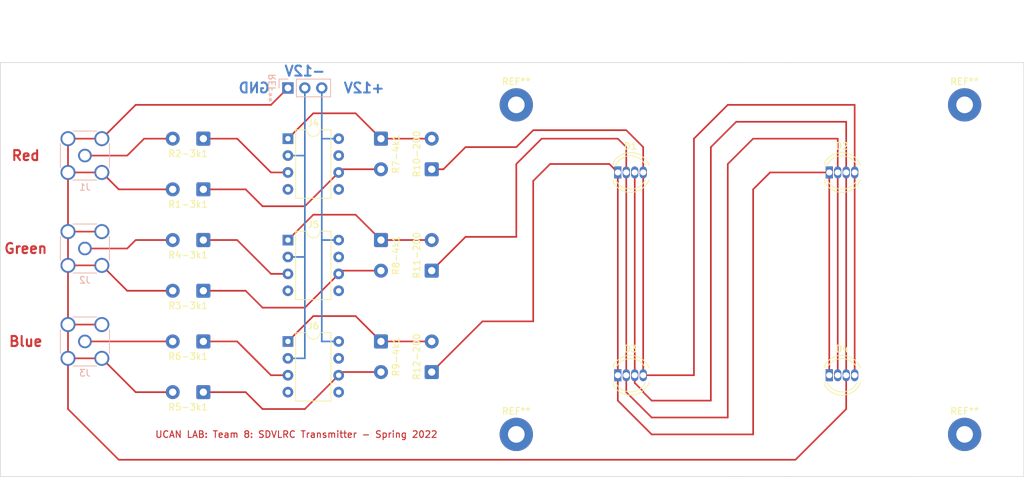
<source format=kicad_pcb>
(kicad_pcb (version 20171130) (host pcbnew "(5.1.9)-1")

  (general
    (thickness 1.6)
    (drawings 19)
    (tracks 138)
    (zones 0)
    (modules 27)
    (nets 28)
  )

  (page A4)
  (layers
    (0 F.Cu signal)
    (31 B.Cu signal)
    (32 B.Adhes user hide)
    (33 F.Adhes user)
    (34 B.Paste user hide)
    (35 F.Paste user hide)
    (36 B.SilkS user hide)
    (37 F.SilkS user)
    (38 B.Mask user)
    (39 F.Mask user)
    (40 Dwgs.User user)
    (41 Cmts.User user)
    (42 Eco1.User user)
    (43 Eco2.User user)
    (44 Edge.Cuts user)
    (45 Margin user)
    (46 B.CrtYd user)
    (47 F.CrtYd user)
    (48 B.Fab user)
    (49 F.Fab user hide)
  )

  (setup
    (last_trace_width 0.25)
    (trace_clearance 0.2)
    (zone_clearance 0.508)
    (zone_45_only no)
    (trace_min 0.2)
    (via_size 0.8)
    (via_drill 0.4)
    (via_min_size 0.4)
    (via_min_drill 0.3)
    (uvia_size 0.3)
    (uvia_drill 0.1)
    (uvias_allowed no)
    (uvia_min_size 0.2)
    (uvia_min_drill 0.1)
    (edge_width 0.1)
    (segment_width 0.2)
    (pcb_text_width 0.3)
    (pcb_text_size 1.5 1.5)
    (mod_edge_width 0.15)
    (mod_text_size 1 1)
    (mod_text_width 0.15)
    (pad_size 1.7 1.7)
    (pad_drill 1)
    (pad_to_mask_clearance 0)
    (aux_axis_origin 0 0)
    (visible_elements 7FFFFFFF)
    (pcbplotparams
      (layerselection 0x010fc_ffffffff)
      (usegerberextensions false)
      (usegerberattributes true)
      (usegerberadvancedattributes true)
      (creategerberjobfile true)
      (excludeedgelayer true)
      (linewidth 0.100000)
      (plotframeref false)
      (viasonmask false)
      (mode 1)
      (useauxorigin false)
      (hpglpennumber 1)
      (hpglpenspeed 20)
      (hpglpendiameter 15.000000)
      (psnegative false)
      (psa4output false)
      (plotreference true)
      (plotvalue true)
      (plotinvisibletext false)
      (padsonsilk false)
      (subtractmaskfromsilk false)
      (outputformat 1)
      (mirror false)
      (drillshape 0)
      (scaleselection 1)
      (outputdirectory ""))
  )

  (net 0 "")
  (net 1 "Net-(D1-Pad4)")
  (net 2 GND)
  (net 3 "Net-(D1-Pad2)")
  (net 4 "Net-(D1-Pad1)")
  (net 5 "Net-(J1-Pad1)")
  (net 6 "Net-(J2-Pad1)")
  (net 7 "Net-(J3-Pad1)")
  (net 8 +12V)
  (net 9 "Net-(J4-Pad4)")
  (net 10 "Net-(J4-Pad7)")
  (net 11 "Net-(J4-Pad3)")
  (net 12 "Net-(J4-Pad6)")
  (net 13 -12V)
  (net 14 "Net-(J4-Pad5)")
  (net 15 "Net-(J4-Pad1)")
  (net 16 "Net-(J5-Pad4)")
  (net 17 "Net-(J5-Pad7)")
  (net 18 "Net-(J5-Pad3)")
  (net 19 "Net-(J5-Pad6)")
  (net 20 "Net-(J5-Pad5)")
  (net 21 "Net-(J5-Pad1)")
  (net 22 "Net-(J6-Pad4)")
  (net 23 "Net-(J6-Pad7)")
  (net 24 "Net-(J6-Pad3)")
  (net 25 "Net-(J6-Pad6)")
  (net 26 "Net-(J6-Pad5)")
  (net 27 "Net-(J6-Pad1)")

  (net_class Default "This is the default net class."
    (clearance 0.2)
    (trace_width 0.25)
    (via_dia 0.8)
    (via_drill 0.4)
    (uvia_dia 0.3)
    (uvia_drill 0.1)
    (add_net +12V)
    (add_net -12V)
    (add_net GND)
    (add_net "Net-(D1-Pad1)")
    (add_net "Net-(D1-Pad2)")
    (add_net "Net-(D1-Pad4)")
    (add_net "Net-(J1-Pad1)")
    (add_net "Net-(J2-Pad1)")
    (add_net "Net-(J3-Pad1)")
    (add_net "Net-(J4-Pad1)")
    (add_net "Net-(J4-Pad3)")
    (add_net "Net-(J4-Pad4)")
    (add_net "Net-(J4-Pad5)")
    (add_net "Net-(J4-Pad6)")
    (add_net "Net-(J4-Pad7)")
    (add_net "Net-(J5-Pad1)")
    (add_net "Net-(J5-Pad3)")
    (add_net "Net-(J5-Pad4)")
    (add_net "Net-(J5-Pad5)")
    (add_net "Net-(J5-Pad6)")
    (add_net "Net-(J5-Pad7)")
    (add_net "Net-(J6-Pad1)")
    (add_net "Net-(J6-Pad3)")
    (add_net "Net-(J6-Pad4)")
    (add_net "Net-(J6-Pad5)")
    (add_net "Net-(J6-Pad6)")
    (add_net "Net-(J6-Pad7)")
  )

  (module Connector_PinHeader_2.54mm:PinHeader_1x03_P2.54mm_Vertical (layer B.Cu) (tedit 624F26A0) (tstamp 624F2D8B)
    (at 105.41 64.77 270)
    (descr "Through hole straight pin header, 1x03, 2.54mm pitch, single row")
    (tags "Through hole pin header THT 1x03 2.54mm single row")
    (fp_text reference REF** (at 0 2.33 270) (layer B.SilkS)
      (effects (font (size 1 1) (thickness 0.15)) (justify mirror))
    )
    (fp_text value PinHeader_1x03_P2.54mm_Vertical (at 0 -7.41 270) (layer B.Fab)
      (effects (font (size 1 1) (thickness 0.15)) (justify mirror))
    )
    (fp_line (start 1.8 1.8) (end -1.8 1.8) (layer B.CrtYd) (width 0.05))
    (fp_line (start 1.8 -6.85) (end 1.8 1.8) (layer B.CrtYd) (width 0.05))
    (fp_line (start -1.8 -6.85) (end 1.8 -6.85) (layer B.CrtYd) (width 0.05))
    (fp_line (start -1.8 1.8) (end -1.8 -6.85) (layer B.CrtYd) (width 0.05))
    (fp_line (start -1.33 1.33) (end 0 1.33) (layer B.SilkS) (width 0.12))
    (fp_line (start -1.33 0) (end -1.33 1.33) (layer B.SilkS) (width 0.12))
    (fp_line (start -1.33 -1.27) (end 1.33 -1.27) (layer B.SilkS) (width 0.12))
    (fp_line (start 1.33 -1.27) (end 1.33 -6.41) (layer B.SilkS) (width 0.12))
    (fp_line (start -1.33 -1.27) (end -1.33 -6.41) (layer B.SilkS) (width 0.12))
    (fp_line (start -1.33 -6.41) (end 1.33 -6.41) (layer B.SilkS) (width 0.12))
    (fp_line (start -1.27 0.635) (end -0.635 1.27) (layer B.Fab) (width 0.1))
    (fp_line (start -1.27 -6.35) (end -1.27 0.635) (layer B.Fab) (width 0.1))
    (fp_line (start 1.27 -6.35) (end -1.27 -6.35) (layer B.Fab) (width 0.1))
    (fp_line (start 1.27 1.27) (end 1.27 -6.35) (layer B.Fab) (width 0.1))
    (fp_line (start -0.635 1.27) (end 1.27 1.27) (layer B.Fab) (width 0.1))
    (fp_text user %R (at 0 -2.54) (layer B.Fab)
      (effects (font (size 1 1) (thickness 0.15)) (justify mirror))
    )
    (pad 3 thru_hole oval (at 0 -5.08 270) (size 1.7 1.7) (drill 1) (layers *.Cu *.Mask)
      (net 8 +12V))
    (pad 2 thru_hole oval (at 0 -2.54 270) (size 1.7 1.7) (drill 1) (layers *.Cu *.Mask)
      (net 13 -12V))
    (pad 1 thru_hole rect (at 0 0 270) (size 1.7 1.7) (drill 1) (layers *.Cu *.Mask)
      (net 2 GND))
    (model ${KISYS3DMOD}/Connector_PinHeader_2.54mm.3dshapes/PinHeader_1x03_P2.54mm_Vertical.wrl
      (at (xyz 0 0 0))
      (scale (xyz 1 1 1))
      (rotate (xyz 0 0 0))
    )
  )

  (module MountingHole:MountingHole_2.5mm_Pad_TopBottom (layer F.Cu) (tedit 56D1B4CB) (tstamp 6244A81E)
    (at 139.7 67.31)
    (descr "Mounting Hole 2.5mm")
    (tags "mounting hole 2.5mm")
    (attr virtual)
    (fp_text reference REF** (at 0 -3.5) (layer F.SilkS)
      (effects (font (size 1 1) (thickness 0.15)))
    )
    (fp_text value MountingHole_2.5mm_Pad_TopBottom (at 0 3.5) (layer F.Fab)
      (effects (font (size 1 1) (thickness 0.15)))
    )
    (fp_circle (center 0 0) (end 2.75 0) (layer F.CrtYd) (width 0.05))
    (fp_circle (center 0 0) (end 2.5 0) (layer Cmts.User) (width 0.15))
    (fp_text user %R (at 0.3 0) (layer F.Fab)
      (effects (font (size 1 1) (thickness 0.15)))
    )
    (pad 1 thru_hole circle (at 0 0) (size 2.9 2.9) (drill 2.5) (layers *.Cu *.Mask))
    (pad 1 connect circle (at 0 0) (size 5 5) (layers F.Cu F.Mask))
    (pad 1 connect circle (at 0 0) (size 5 5) (layers B.Cu B.Mask))
  )

  (module MountingHole:MountingHole_2.5mm_Pad_TopBottom (layer F.Cu) (tedit 56D1B4CB) (tstamp 6244A81E)
    (at 139.7 116.84)
    (descr "Mounting Hole 2.5mm")
    (tags "mounting hole 2.5mm")
    (attr virtual)
    (fp_text reference REF** (at 0 -3.5) (layer F.SilkS)
      (effects (font (size 1 1) (thickness 0.15)))
    )
    (fp_text value MountingHole_2.5mm_Pad_TopBottom (at 0 3.5) (layer F.Fab)
      (effects (font (size 1 1) (thickness 0.15)))
    )
    (fp_circle (center 0 0) (end 2.75 0) (layer F.CrtYd) (width 0.05))
    (fp_circle (center 0 0) (end 2.5 0) (layer Cmts.User) (width 0.15))
    (fp_text user %R (at 0.3 0) (layer F.Fab)
      (effects (font (size 1 1) (thickness 0.15)))
    )
    (pad 1 thru_hole circle (at 0 0) (size 2.9 2.9) (drill 2.5) (layers *.Cu *.Mask))
    (pad 1 connect circle (at 0 0) (size 5 5) (layers F.Cu F.Mask))
    (pad 1 connect circle (at 0 0) (size 5 5) (layers B.Cu B.Mask))
  )

  (module MountingHole:MountingHole_2.5mm_Pad_TopBottom (layer F.Cu) (tedit 56D1B4CB) (tstamp 6244A81E)
    (at 207.01 116.84)
    (descr "Mounting Hole 2.5mm")
    (tags "mounting hole 2.5mm")
    (attr virtual)
    (fp_text reference REF** (at 0 -3.5) (layer F.SilkS)
      (effects (font (size 1 1) (thickness 0.15)))
    )
    (fp_text value MountingHole_2.5mm_Pad_TopBottom (at 0 3.5) (layer F.Fab)
      (effects (font (size 1 1) (thickness 0.15)))
    )
    (fp_circle (center 0 0) (end 2.75 0) (layer F.CrtYd) (width 0.05))
    (fp_circle (center 0 0) (end 2.5 0) (layer Cmts.User) (width 0.15))
    (fp_text user %R (at 0.3 0) (layer F.Fab)
      (effects (font (size 1 1) (thickness 0.15)))
    )
    (pad 1 thru_hole circle (at 0 0) (size 2.9 2.9) (drill 2.5) (layers *.Cu *.Mask))
    (pad 1 connect circle (at 0 0) (size 5 5) (layers F.Cu F.Mask))
    (pad 1 connect circle (at 0 0) (size 5 5) (layers B.Cu B.Mask))
  )

  (module MountingHole:MountingHole_2.5mm_Pad_TopBottom (layer F.Cu) (tedit 56D1B4CB) (tstamp 6244A762)
    (at 207.01 67.31)
    (descr "Mounting Hole 2.5mm")
    (tags "mounting hole 2.5mm")
    (attr virtual)
    (fp_text reference REF** (at 0 -3.5) (layer F.SilkS)
      (effects (font (size 1 1) (thickness 0.15)))
    )
    (fp_text value MountingHole_2.5mm_Pad_TopBottom (at 0 3.5) (layer F.Fab)
      (effects (font (size 1 1) (thickness 0.15)))
    )
    (fp_circle (center 0 0) (end 2.75 0) (layer F.CrtYd) (width 0.05))
    (fp_circle (center 0 0) (end 2.5 0) (layer Cmts.User) (width 0.15))
    (fp_text user %R (at 0.3 0) (layer F.Fab)
      (effects (font (size 1 1) (thickness 0.15)))
    )
    (pad 1 connect circle (at 0 0) (size 5 5) (layers B.Cu B.Mask))
    (pad 1 connect circle (at 0 0) (size 5 5) (layers F.Cu F.Mask))
    (pad 1 thru_hole circle (at 0 0) (size 2.9 2.9) (drill 2.5) (layers *.Cu *.Mask))
  )

  (module Package_DIP:DIP-8_W7.62mm (layer F.Cu) (tedit 5A02E8C5) (tstamp 6226A7E3)
    (at 105.41 102.87)
    (descr "8-lead though-hole mounted DIP package, row spacing 7.62 mm (300 mils)")
    (tags "THT DIP DIL PDIP 2.54mm 7.62mm 300mil")
    (path /622EA2FF)
    (fp_text reference J6 (at 3.81 -2.33) (layer F.SilkS)
      (effects (font (size 1 1) (thickness 0.15)))
    )
    (fp_text value Conn_02x04_Counter_Clockwise (at 3.81 9.95) (layer F.Fab)
      (effects (font (size 1 1) (thickness 0.15)))
    )
    (fp_line (start 1.635 -1.27) (end 6.985 -1.27) (layer F.Fab) (width 0.1))
    (fp_line (start 6.985 -1.27) (end 6.985 8.89) (layer F.Fab) (width 0.1))
    (fp_line (start 6.985 8.89) (end 0.635 8.89) (layer F.Fab) (width 0.1))
    (fp_line (start 0.635 8.89) (end 0.635 -0.27) (layer F.Fab) (width 0.1))
    (fp_line (start 0.635 -0.27) (end 1.635 -1.27) (layer F.Fab) (width 0.1))
    (fp_line (start 2.81 -1.33) (end 1.16 -1.33) (layer F.SilkS) (width 0.12))
    (fp_line (start 1.16 -1.33) (end 1.16 8.95) (layer F.SilkS) (width 0.12))
    (fp_line (start 1.16 8.95) (end 6.46 8.95) (layer F.SilkS) (width 0.12))
    (fp_line (start 6.46 8.95) (end 6.46 -1.33) (layer F.SilkS) (width 0.12))
    (fp_line (start 6.46 -1.33) (end 4.81 -1.33) (layer F.SilkS) (width 0.12))
    (fp_line (start -1.1 -1.55) (end -1.1 9.15) (layer F.CrtYd) (width 0.05))
    (fp_line (start -1.1 9.15) (end 8.7 9.15) (layer F.CrtYd) (width 0.05))
    (fp_line (start 8.7 9.15) (end 8.7 -1.55) (layer F.CrtYd) (width 0.05))
    (fp_line (start 8.7 -1.55) (end -1.1 -1.55) (layer F.CrtYd) (width 0.05))
    (fp_text user %R (at 3.81 3.81) (layer F.Fab)
      (effects (font (size 1 1) (thickness 0.15)))
    )
    (fp_arc (start 3.81 -1.33) (end 2.81 -1.33) (angle -180) (layer F.SilkS) (width 0.12))
    (pad 8 thru_hole oval (at 7.62 0) (size 1.6 1.6) (drill 0.8) (layers *.Cu *.Mask)
      (net 8 +12V))
    (pad 4 thru_hole oval (at 0 7.62) (size 1.6 1.6) (drill 0.8) (layers *.Cu *.Mask)
      (net 22 "Net-(J6-Pad4)"))
    (pad 7 thru_hole oval (at 7.62 2.54) (size 1.6 1.6) (drill 0.8) (layers *.Cu *.Mask)
      (net 23 "Net-(J6-Pad7)"))
    (pad 3 thru_hole oval (at 0 5.08) (size 1.6 1.6) (drill 0.8) (layers *.Cu *.Mask)
      (net 24 "Net-(J6-Pad3)"))
    (pad 6 thru_hole oval (at 7.62 5.08) (size 1.6 1.6) (drill 0.8) (layers *.Cu *.Mask)
      (net 25 "Net-(J6-Pad6)"))
    (pad 2 thru_hole oval (at 0 2.54) (size 1.6 1.6) (drill 0.8) (layers *.Cu *.Mask)
      (net 13 -12V))
    (pad 5 thru_hole oval (at 7.62 7.62) (size 1.6 1.6) (drill 0.8) (layers *.Cu *.Mask)
      (net 26 "Net-(J6-Pad5)"))
    (pad 1 thru_hole rect (at 0 0) (size 1.6 1.6) (drill 0.8) (layers *.Cu *.Mask)
      (net 27 "Net-(J6-Pad1)"))
    (model ${KISYS3DMOD}/Package_DIP.3dshapes/DIP-8_W7.62mm.wrl
      (at (xyz 0 0 0))
      (scale (xyz 1 1 1))
      (rotate (xyz 0 0 0))
    )
  )

  (module LED_THT:LED_D5.0mm-4_RGB (layer F.Cu) (tedit 5B74EEBE) (tstamp 6226A734)
    (at 154.94 107.95)
    (descr "LED, diameter 5.0mm, 2 pins, diameter 5.0mm, 3 pins, diameter 5.0mm, 4 pins, http://www.kingbright.com/attachments/file/psearch/000/00/00/L-154A4SUREQBFZGEW(Ver.9A).pdf")
    (tags "LED diameter 5.0mm 2 pins diameter 5.0mm 3 pins diameter 5.0mm 4 pins RGB RGBLED")
    (path /620F88D3)
    (fp_text reference D3 (at 1.905 -3.96) (layer F.SilkS)
      (effects (font (size 1 1) (thickness 0.15)))
    )
    (fp_text value LED_BGAR (at 1.905 3.96) (layer F.Fab)
      (effects (font (size 1 1) (thickness 0.15)))
    )
    (fp_circle (center 1.905 0) (end 4.405 0) (layer F.Fab) (width 0.1))
    (fp_line (start -0.595 -1.469694) (end -0.595 1.469694) (layer F.Fab) (width 0.1))
    (fp_line (start -0.655 -1.545) (end -0.655 -1.08) (layer F.SilkS) (width 0.12))
    (fp_line (start -0.655 1.08) (end -0.655 1.545) (layer F.SilkS) (width 0.12))
    (fp_line (start -1.35 -3.25) (end -1.35 3.25) (layer F.CrtYd) (width 0.05))
    (fp_line (start -1.35 3.25) (end 5.15 3.25) (layer F.CrtYd) (width 0.05))
    (fp_line (start 5.15 3.25) (end 5.15 -3.25) (layer F.CrtYd) (width 0.05))
    (fp_line (start 5.15 -3.25) (end -1.35 -3.25) (layer F.CrtYd) (width 0.05))
    (fp_text user %R (at 1.905 -3.96) (layer F.Fab)
      (effects (font (size 1 1) (thickness 0.15)))
    )
    (fp_arc (start 1.905 0) (end -0.349684 1.08) (angle -128.8) (layer F.SilkS) (width 0.12))
    (fp_arc (start 1.905 0) (end -0.349684 -1.08) (angle 128.8) (layer F.SilkS) (width 0.12))
    (fp_arc (start 1.905 0) (end -0.655 1.54483) (angle -127.7) (layer F.SilkS) (width 0.12))
    (fp_arc (start 1.905 0) (end -0.655 -1.54483) (angle 127.7) (layer F.SilkS) (width 0.12))
    (fp_arc (start 1.905 0) (end -0.595 -1.469694) (angle 299.1) (layer F.Fab) (width 0.1))
    (pad 4 thru_hole oval (at 3.81 0) (size 1.07 1.8) (drill 0.9) (layers *.Cu *.Mask)
      (net 1 "Net-(D1-Pad4)"))
    (pad 3 thru_hole oval (at 2.54 0) (size 1.07 1.8) (drill 0.9) (layers *.Cu *.Mask)
      (net 2 GND))
    (pad 2 thru_hole oval (at 1.27 0) (size 1.07 1.8) (drill 0.9) (layers *.Cu *.Mask)
      (net 3 "Net-(D1-Pad2)"))
    (pad 1 thru_hole rect (at 0 0) (size 1.07 1.8) (drill 0.9) (layers *.Cu *.Mask)
      (net 4 "Net-(D1-Pad1)"))
    (model ${KISYS3DMOD}/LED_THT.3dshapes/LED_D5.0mm-4_RGB.wrl
      (at (xyz 0 0 0))
      (scale (xyz 1 1 1))
      (rotate (xyz 0 0 0))
    )
  )

  (module Connector_Wire:SolderWire-0.5sqmm_1x02_P4.6mm_D0.9mm_OD2.1mm (layer F.Cu) (tedit 5EB70B43) (tstamp 6226A8AF)
    (at 127 107.47 90)
    (descr "Soldered wire connection, for 2 times 0.5 mm² wires, basic insulation, conductor diameter 0.9mm, outer diameter 2.1mm, size source Multi-Contact FLEXI-E 0.5 (https://ec.staubli.com/AcroFiles/Catalogues/TM_Cab-Main-11014119_(en)_hi.pdf), bend radius 3 times outer diameter, generated with kicad-footprint-generator")
    (tags "connector wire 0.5sqmm")
    (path /621B3667)
    (attr virtual)
    (fp_text reference R12-200 (at 2.3 -2.25 90) (layer F.SilkS)
      (effects (font (size 1 1) (thickness 0.15)))
    )
    (fp_text value 200 (at 2.3 2.25 90) (layer F.Fab)
      (effects (font (size 1 1) (thickness 0.15)))
    )
    (fp_circle (center 0 0) (end 1.05 0) (layer F.Fab) (width 0.1))
    (fp_circle (center 4.6 0) (end 5.65 0) (layer F.Fab) (width 0.1))
    (fp_line (start -1.8 -1.55) (end -1.8 1.55) (layer F.CrtYd) (width 0.05))
    (fp_line (start -1.8 1.55) (end 1.8 1.55) (layer F.CrtYd) (width 0.05))
    (fp_line (start 1.8 1.55) (end 1.8 -1.55) (layer F.CrtYd) (width 0.05))
    (fp_line (start 1.8 -1.55) (end -1.8 -1.55) (layer F.CrtYd) (width 0.05))
    (fp_line (start 2.8 -1.55) (end 2.8 1.55) (layer F.CrtYd) (width 0.05))
    (fp_line (start 2.8 1.55) (end 6.4 1.55) (layer F.CrtYd) (width 0.05))
    (fp_line (start 6.4 1.55) (end 6.4 -1.55) (layer F.CrtYd) (width 0.05))
    (fp_line (start 6.4 -1.55) (end 2.8 -1.55) (layer F.CrtYd) (width 0.05))
    (fp_text user %R (at 2.3 0) (layer F.Fab)
      (effects (font (size 0.78 0.78) (thickness 0.12)))
    )
    (pad 2 thru_hole circle (at 4.6 0 90) (size 2.1 2.1) (drill 1.1) (layers *.Cu *.Mask)
      (net 27 "Net-(J6-Pad1)"))
    (pad 1 thru_hole roundrect (at 0 0 90) (size 2.1 2.1) (drill 1.1) (layers *.Cu *.Mask) (roundrect_rratio 0.119047619047619)
      (net 4 "Net-(D1-Pad1)"))
    (model ${KISYS3DMOD}/Connector_Wire.3dshapes/SolderWire-0.5sqmm_1x02_P4.6mm_D0.9mm_OD2.1mm.wrl
      (at (xyz 0 0 0))
      (scale (xyz 1 1 1))
      (rotate (xyz 0 0 0))
    )
  )

  (module Connector_Wire:SolderWire-0.5sqmm_1x02_P4.6mm_D0.9mm_OD2.1mm (layer F.Cu) (tedit 5EB70B43) (tstamp 6226A89E)
    (at 127 92.23 90)
    (descr "Soldered wire connection, for 2 times 0.5 mm² wires, basic insulation, conductor diameter 0.9mm, outer diameter 2.1mm, size source Multi-Contact FLEXI-E 0.5 (https://ec.staubli.com/AcroFiles/Catalogues/TM_Cab-Main-11014119_(en)_hi.pdf), bend radius 3 times outer diameter, generated with kicad-footprint-generator")
    (tags "connector wire 0.5sqmm")
    (path /621B1FAD)
    (attr virtual)
    (fp_text reference R11-200 (at 2.3 -2.25 90) (layer F.SilkS)
      (effects (font (size 1 1) (thickness 0.15)))
    )
    (fp_text value 200 (at 2.3 2.25 90) (layer F.Fab)
      (effects (font (size 1 1) (thickness 0.15)))
    )
    (fp_circle (center 0 0) (end 1.05 0) (layer F.Fab) (width 0.1))
    (fp_circle (center 4.6 0) (end 5.65 0) (layer F.Fab) (width 0.1))
    (fp_line (start -1.8 -1.55) (end -1.8 1.55) (layer F.CrtYd) (width 0.05))
    (fp_line (start -1.8 1.55) (end 1.8 1.55) (layer F.CrtYd) (width 0.05))
    (fp_line (start 1.8 1.55) (end 1.8 -1.55) (layer F.CrtYd) (width 0.05))
    (fp_line (start 1.8 -1.55) (end -1.8 -1.55) (layer F.CrtYd) (width 0.05))
    (fp_line (start 2.8 -1.55) (end 2.8 1.55) (layer F.CrtYd) (width 0.05))
    (fp_line (start 2.8 1.55) (end 6.4 1.55) (layer F.CrtYd) (width 0.05))
    (fp_line (start 6.4 1.55) (end 6.4 -1.55) (layer F.CrtYd) (width 0.05))
    (fp_line (start 6.4 -1.55) (end 2.8 -1.55) (layer F.CrtYd) (width 0.05))
    (fp_text user %R (at 2.3 0) (layer F.Fab)
      (effects (font (size 0.78 0.78) (thickness 0.12)))
    )
    (pad 2 thru_hole circle (at 4.6 0 90) (size 2.1 2.1) (drill 1.1) (layers *.Cu *.Mask)
      (net 21 "Net-(J5-Pad1)"))
    (pad 1 thru_hole roundrect (at 0 0 90) (size 2.1 2.1) (drill 1.1) (layers *.Cu *.Mask) (roundrect_rratio 0.119047619047619)
      (net 3 "Net-(D1-Pad2)"))
    (model ${KISYS3DMOD}/Connector_Wire.3dshapes/SolderWire-0.5sqmm_1x02_P4.6mm_D0.9mm_OD2.1mm.wrl
      (at (xyz 0 0 0))
      (scale (xyz 1 1 1))
      (rotate (xyz 0 0 0))
    )
  )

  (module Connector_Wire:SolderWire-0.5sqmm_1x02_P4.6mm_D0.9mm_OD2.1mm (layer F.Cu) (tedit 5EB70B43) (tstamp 6226A88D)
    (at 127 76.99 90)
    (descr "Soldered wire connection, for 2 times 0.5 mm² wires, basic insulation, conductor diameter 0.9mm, outer diameter 2.1mm, size source Multi-Contact FLEXI-E 0.5 (https://ec.staubli.com/AcroFiles/Catalogues/TM_Cab-Main-11014119_(en)_hi.pdf), bend radius 3 times outer diameter, generated with kicad-footprint-generator")
    (tags "connector wire 0.5sqmm")
    (path /61F8EDC3)
    (attr virtual)
    (fp_text reference R10-200 (at 2.3 -2.25 90) (layer F.SilkS)
      (effects (font (size 1 1) (thickness 0.15)))
    )
    (fp_text value 200 (at 2.3 2.25 90) (layer F.Fab)
      (effects (font (size 1 1) (thickness 0.15)))
    )
    (fp_circle (center 0 0) (end 1.05 0) (layer F.Fab) (width 0.1))
    (fp_circle (center 4.6 0) (end 5.65 0) (layer F.Fab) (width 0.1))
    (fp_line (start -1.8 -1.55) (end -1.8 1.55) (layer F.CrtYd) (width 0.05))
    (fp_line (start -1.8 1.55) (end 1.8 1.55) (layer F.CrtYd) (width 0.05))
    (fp_line (start 1.8 1.55) (end 1.8 -1.55) (layer F.CrtYd) (width 0.05))
    (fp_line (start 1.8 -1.55) (end -1.8 -1.55) (layer F.CrtYd) (width 0.05))
    (fp_line (start 2.8 -1.55) (end 2.8 1.55) (layer F.CrtYd) (width 0.05))
    (fp_line (start 2.8 1.55) (end 6.4 1.55) (layer F.CrtYd) (width 0.05))
    (fp_line (start 6.4 1.55) (end 6.4 -1.55) (layer F.CrtYd) (width 0.05))
    (fp_line (start 6.4 -1.55) (end 2.8 -1.55) (layer F.CrtYd) (width 0.05))
    (fp_text user %R (at 2.3 0) (layer F.Fab)
      (effects (font (size 0.78 0.78) (thickness 0.12)))
    )
    (pad 2 thru_hole circle (at 4.6 0 90) (size 2.1 2.1) (drill 1.1) (layers *.Cu *.Mask)
      (net 15 "Net-(J4-Pad1)"))
    (pad 1 thru_hole roundrect (at 0 0 90) (size 2.1 2.1) (drill 1.1) (layers *.Cu *.Mask) (roundrect_rratio 0.119047619047619)
      (net 1 "Net-(D1-Pad4)"))
    (model ${KISYS3DMOD}/Connector_Wire.3dshapes/SolderWire-0.5sqmm_1x02_P4.6mm_D0.9mm_OD2.1mm.wrl
      (at (xyz 0 0 0))
      (scale (xyz 1 1 1))
      (rotate (xyz 0 0 0))
    )
  )

  (module Connector_Wire:SolderWire-0.5sqmm_1x02_P4.6mm_D0.9mm_OD2.1mm (layer F.Cu) (tedit 5EB70B43) (tstamp 6226A87C)
    (at 119.38 102.87 270)
    (descr "Soldered wire connection, for 2 times 0.5 mm² wires, basic insulation, conductor diameter 0.9mm, outer diameter 2.1mm, size source Multi-Contact FLEXI-E 0.5 (https://ec.staubli.com/AcroFiles/Catalogues/TM_Cab-Main-11014119_(en)_hi.pdf), bend radius 3 times outer diameter, generated with kicad-footprint-generator")
    (tags "connector wire 0.5sqmm")
    (path /61F7192E)
    (attr virtual)
    (fp_text reference R9-4k1 (at 2.3 -2.25 90) (layer F.SilkS)
      (effects (font (size 1 1) (thickness 0.15)))
    )
    (fp_text value 4k (at 2.3 2.25 90) (layer F.Fab)
      (effects (font (size 1 1) (thickness 0.15)))
    )
    (fp_circle (center 0 0) (end 1.05 0) (layer F.Fab) (width 0.1))
    (fp_circle (center 4.6 0) (end 5.65 0) (layer F.Fab) (width 0.1))
    (fp_line (start -1.8 -1.55) (end -1.8 1.55) (layer F.CrtYd) (width 0.05))
    (fp_line (start -1.8 1.55) (end 1.8 1.55) (layer F.CrtYd) (width 0.05))
    (fp_line (start 1.8 1.55) (end 1.8 -1.55) (layer F.CrtYd) (width 0.05))
    (fp_line (start 1.8 -1.55) (end -1.8 -1.55) (layer F.CrtYd) (width 0.05))
    (fp_line (start 2.8 -1.55) (end 2.8 1.55) (layer F.CrtYd) (width 0.05))
    (fp_line (start 2.8 1.55) (end 6.4 1.55) (layer F.CrtYd) (width 0.05))
    (fp_line (start 6.4 1.55) (end 6.4 -1.55) (layer F.CrtYd) (width 0.05))
    (fp_line (start 6.4 -1.55) (end 2.8 -1.55) (layer F.CrtYd) (width 0.05))
    (fp_text user %R (at 2.3 0) (layer F.Fab)
      (effects (font (size 0.78 0.78) (thickness 0.12)))
    )
    (pad 2 thru_hole circle (at 4.6 0 270) (size 2.1 2.1) (drill 1.1) (layers *.Cu *.Mask)
      (net 25 "Net-(J6-Pad6)"))
    (pad 1 thru_hole roundrect (at 0 0 270) (size 2.1 2.1) (drill 1.1) (layers *.Cu *.Mask) (roundrect_rratio 0.119047619047619)
      (net 27 "Net-(J6-Pad1)"))
    (model ${KISYS3DMOD}/Connector_Wire.3dshapes/SolderWire-0.5sqmm_1x02_P4.6mm_D0.9mm_OD2.1mm.wrl
      (at (xyz 0 0 0))
      (scale (xyz 1 1 1))
      (rotate (xyz 0 0 0))
    )
  )

  (module Connector_Wire:SolderWire-0.5sqmm_1x02_P4.6mm_D0.9mm_OD2.1mm (layer F.Cu) (tedit 5EB70B43) (tstamp 6226A86B)
    (at 119.38 87.63 270)
    (descr "Soldered wire connection, for 2 times 0.5 mm² wires, basic insulation, conductor diameter 0.9mm, outer diameter 2.1mm, size source Multi-Contact FLEXI-E 0.5 (https://ec.staubli.com/AcroFiles/Catalogues/TM_Cab-Main-11014119_(en)_hi.pdf), bend radius 3 times outer diameter, generated with kicad-footprint-generator")
    (tags "connector wire 0.5sqmm")
    (path /61F70F3E)
    (attr virtual)
    (fp_text reference R8-4k1 (at 2.3 -2.25 90) (layer F.SilkS)
      (effects (font (size 1 1) (thickness 0.15)))
    )
    (fp_text value 4k (at 2.3 2.25 90) (layer F.Fab)
      (effects (font (size 1 1) (thickness 0.15)))
    )
    (fp_circle (center 0 0) (end 1.05 0) (layer F.Fab) (width 0.1))
    (fp_circle (center 4.6 0) (end 5.65 0) (layer F.Fab) (width 0.1))
    (fp_line (start -1.8 -1.55) (end -1.8 1.55) (layer F.CrtYd) (width 0.05))
    (fp_line (start -1.8 1.55) (end 1.8 1.55) (layer F.CrtYd) (width 0.05))
    (fp_line (start 1.8 1.55) (end 1.8 -1.55) (layer F.CrtYd) (width 0.05))
    (fp_line (start 1.8 -1.55) (end -1.8 -1.55) (layer F.CrtYd) (width 0.05))
    (fp_line (start 2.8 -1.55) (end 2.8 1.55) (layer F.CrtYd) (width 0.05))
    (fp_line (start 2.8 1.55) (end 6.4 1.55) (layer F.CrtYd) (width 0.05))
    (fp_line (start 6.4 1.55) (end 6.4 -1.55) (layer F.CrtYd) (width 0.05))
    (fp_line (start 6.4 -1.55) (end 2.8 -1.55) (layer F.CrtYd) (width 0.05))
    (fp_text user %R (at 2.3 0) (layer F.Fab)
      (effects (font (size 0.78 0.78) (thickness 0.12)))
    )
    (pad 2 thru_hole circle (at 4.6 0 270) (size 2.1 2.1) (drill 1.1) (layers *.Cu *.Mask)
      (net 19 "Net-(J5-Pad6)"))
    (pad 1 thru_hole roundrect (at 0 0 270) (size 2.1 2.1) (drill 1.1) (layers *.Cu *.Mask) (roundrect_rratio 0.119047619047619)
      (net 21 "Net-(J5-Pad1)"))
    (model ${KISYS3DMOD}/Connector_Wire.3dshapes/SolderWire-0.5sqmm_1x02_P4.6mm_D0.9mm_OD2.1mm.wrl
      (at (xyz 0 0 0))
      (scale (xyz 1 1 1))
      (rotate (xyz 0 0 0))
    )
  )

  (module Connector_Wire:SolderWire-0.5sqmm_1x02_P4.6mm_D0.9mm_OD2.1mm (layer F.Cu) (tedit 5EB70B43) (tstamp 6226A85A)
    (at 119.38 72.39 270)
    (descr "Soldered wire connection, for 2 times 0.5 mm² wires, basic insulation, conductor diameter 0.9mm, outer diameter 2.1mm, size source Multi-Contact FLEXI-E 0.5 (https://ec.staubli.com/AcroFiles/Catalogues/TM_Cab-Main-11014119_(en)_hi.pdf), bend radius 3 times outer diameter, generated with kicad-footprint-generator")
    (tags "connector wire 0.5sqmm")
    (path /61F70D26)
    (attr virtual)
    (fp_text reference R7-4k1 (at 2.3 -2.25 90) (layer F.SilkS)
      (effects (font (size 1 1) (thickness 0.15)))
    )
    (fp_text value 4k (at 2.3 2.25 90) (layer F.Fab)
      (effects (font (size 1 1) (thickness 0.15)))
    )
    (fp_circle (center 0 0) (end 1.05 0) (layer F.Fab) (width 0.1))
    (fp_circle (center 4.6 0) (end 5.65 0) (layer F.Fab) (width 0.1))
    (fp_line (start -1.8 -1.55) (end -1.8 1.55) (layer F.CrtYd) (width 0.05))
    (fp_line (start -1.8 1.55) (end 1.8 1.55) (layer F.CrtYd) (width 0.05))
    (fp_line (start 1.8 1.55) (end 1.8 -1.55) (layer F.CrtYd) (width 0.05))
    (fp_line (start 1.8 -1.55) (end -1.8 -1.55) (layer F.CrtYd) (width 0.05))
    (fp_line (start 2.8 -1.55) (end 2.8 1.55) (layer F.CrtYd) (width 0.05))
    (fp_line (start 2.8 1.55) (end 6.4 1.55) (layer F.CrtYd) (width 0.05))
    (fp_line (start 6.4 1.55) (end 6.4 -1.55) (layer F.CrtYd) (width 0.05))
    (fp_line (start 6.4 -1.55) (end 2.8 -1.55) (layer F.CrtYd) (width 0.05))
    (fp_text user %R (at 2.3 0) (layer F.Fab)
      (effects (font (size 0.78 0.78) (thickness 0.12)))
    )
    (pad 2 thru_hole circle (at 4.6 0 270) (size 2.1 2.1) (drill 1.1) (layers *.Cu *.Mask)
      (net 12 "Net-(J4-Pad6)"))
    (pad 1 thru_hole roundrect (at 0 0 270) (size 2.1 2.1) (drill 1.1) (layers *.Cu *.Mask) (roundrect_rratio 0.119047619047619)
      (net 15 "Net-(J4-Pad1)"))
    (model ${KISYS3DMOD}/Connector_Wire.3dshapes/SolderWire-0.5sqmm_1x02_P4.6mm_D0.9mm_OD2.1mm.wrl
      (at (xyz 0 0 0))
      (scale (xyz 1 1 1))
      (rotate (xyz 0 0 0))
    )
  )

  (module Connector_Wire:SolderWire-0.5sqmm_1x02_P4.6mm_D0.9mm_OD2.1mm (layer F.Cu) (tedit 5EB70B43) (tstamp 6226A849)
    (at 92.71 102.87 180)
    (descr "Soldered wire connection, for 2 times 0.5 mm² wires, basic insulation, conductor diameter 0.9mm, outer diameter 2.1mm, size source Multi-Contact FLEXI-E 0.5 (https://ec.staubli.com/AcroFiles/Catalogues/TM_Cab-Main-11014119_(en)_hi.pdf), bend radius 3 times outer diameter, generated with kicad-footprint-generator")
    (tags "connector wire 0.5sqmm")
    (path /61F85B54)
    (attr virtual)
    (fp_text reference R6-3k1 (at 2.3 -2.25) (layer F.SilkS)
      (effects (font (size 1 1) (thickness 0.15)))
    )
    (fp_text value 3k (at 2.3 2.25) (layer F.Fab)
      (effects (font (size 1 1) (thickness 0.15)))
    )
    (fp_circle (center 0 0) (end 1.05 0) (layer F.Fab) (width 0.1))
    (fp_circle (center 4.6 0) (end 5.65 0) (layer F.Fab) (width 0.1))
    (fp_line (start -1.8 -1.55) (end -1.8 1.55) (layer F.CrtYd) (width 0.05))
    (fp_line (start -1.8 1.55) (end 1.8 1.55) (layer F.CrtYd) (width 0.05))
    (fp_line (start 1.8 1.55) (end 1.8 -1.55) (layer F.CrtYd) (width 0.05))
    (fp_line (start 1.8 -1.55) (end -1.8 -1.55) (layer F.CrtYd) (width 0.05))
    (fp_line (start 2.8 -1.55) (end 2.8 1.55) (layer F.CrtYd) (width 0.05))
    (fp_line (start 2.8 1.55) (end 6.4 1.55) (layer F.CrtYd) (width 0.05))
    (fp_line (start 6.4 1.55) (end 6.4 -1.55) (layer F.CrtYd) (width 0.05))
    (fp_line (start 6.4 -1.55) (end 2.8 -1.55) (layer F.CrtYd) (width 0.05))
    (fp_text user %R (at 2.3 0 90) (layer F.Fab)
      (effects (font (size 0.78 0.78) (thickness 0.12)))
    )
    (pad 2 thru_hole circle (at 4.6 0 180) (size 2.1 2.1) (drill 1.1) (layers *.Cu *.Mask)
      (net 7 "Net-(J3-Pad1)"))
    (pad 1 thru_hole roundrect (at 0 0 180) (size 2.1 2.1) (drill 1.1) (layers *.Cu *.Mask) (roundrect_rratio 0.119047619047619)
      (net 24 "Net-(J6-Pad3)"))
    (model ${KISYS3DMOD}/Connector_Wire.3dshapes/SolderWire-0.5sqmm_1x02_P4.6mm_D0.9mm_OD2.1mm.wrl
      (at (xyz 0 0 0))
      (scale (xyz 1 1 1))
      (rotate (xyz 0 0 0))
    )
  )

  (module Connector_Wire:SolderWire-0.5sqmm_1x02_P4.6mm_D0.9mm_OD2.1mm (layer F.Cu) (tedit 5EB70B43) (tstamp 6226A838)
    (at 92.71 110.49 180)
    (descr "Soldered wire connection, for 2 times 0.5 mm² wires, basic insulation, conductor diameter 0.9mm, outer diameter 2.1mm, size source Multi-Contact FLEXI-E 0.5 (https://ec.staubli.com/AcroFiles/Catalogues/TM_Cab-Main-11014119_(en)_hi.pdf), bend radius 3 times outer diameter, generated with kicad-footprint-generator")
    (tags "connector wire 0.5sqmm")
    (path /61F717C5)
    (attr virtual)
    (fp_text reference R5-3k1 (at 2.3 -2.25) (layer F.SilkS)
      (effects (font (size 1 1) (thickness 0.15)))
    )
    (fp_text value 3k (at 2.3 2.25) (layer F.Fab)
      (effects (font (size 1 1) (thickness 0.15)))
    )
    (fp_circle (center 0 0) (end 1.05 0) (layer F.Fab) (width 0.1))
    (fp_circle (center 4.6 0) (end 5.65 0) (layer F.Fab) (width 0.1))
    (fp_line (start -1.8 -1.55) (end -1.8 1.55) (layer F.CrtYd) (width 0.05))
    (fp_line (start -1.8 1.55) (end 1.8 1.55) (layer F.CrtYd) (width 0.05))
    (fp_line (start 1.8 1.55) (end 1.8 -1.55) (layer F.CrtYd) (width 0.05))
    (fp_line (start 1.8 -1.55) (end -1.8 -1.55) (layer F.CrtYd) (width 0.05))
    (fp_line (start 2.8 -1.55) (end 2.8 1.55) (layer F.CrtYd) (width 0.05))
    (fp_line (start 2.8 1.55) (end 6.4 1.55) (layer F.CrtYd) (width 0.05))
    (fp_line (start 6.4 1.55) (end 6.4 -1.55) (layer F.CrtYd) (width 0.05))
    (fp_line (start 6.4 -1.55) (end 2.8 -1.55) (layer F.CrtYd) (width 0.05))
    (fp_text user %R (at 2.3 0 90) (layer F.Fab)
      (effects (font (size 0.78 0.78) (thickness 0.12)))
    )
    (pad 2 thru_hole circle (at 4.6 0 180) (size 2.1 2.1) (drill 1.1) (layers *.Cu *.Mask)
      (net 2 GND))
    (pad 1 thru_hole roundrect (at 0 0 180) (size 2.1 2.1) (drill 1.1) (layers *.Cu *.Mask) (roundrect_rratio 0.119047619047619)
      (net 25 "Net-(J6-Pad6)"))
    (model ${KISYS3DMOD}/Connector_Wire.3dshapes/SolderWire-0.5sqmm_1x02_P4.6mm_D0.9mm_OD2.1mm.wrl
      (at (xyz 0 0 0))
      (scale (xyz 1 1 1))
      (rotate (xyz 0 0 0))
    )
  )

  (module Connector_Wire:SolderWire-0.5sqmm_1x02_P4.6mm_D0.9mm_OD2.1mm (layer F.Cu) (tedit 5EB70B43) (tstamp 6226A827)
    (at 92.71 87.63 180)
    (descr "Soldered wire connection, for 2 times 0.5 mm² wires, basic insulation, conductor diameter 0.9mm, outer diameter 2.1mm, size source Multi-Contact FLEXI-E 0.5 (https://ec.staubli.com/AcroFiles/Catalogues/TM_Cab-Main-11014119_(en)_hi.pdf), bend radius 3 times outer diameter, generated with kicad-footprint-generator")
    (tags "connector wire 0.5sqmm")
    (path /61F85CEB)
    (attr virtual)
    (fp_text reference R4-3k1 (at 2.3 -2.25) (layer F.SilkS)
      (effects (font (size 1 1) (thickness 0.15)))
    )
    (fp_text value 3k (at 2.3 2.25) (layer F.Fab)
      (effects (font (size 1 1) (thickness 0.15)))
    )
    (fp_circle (center 0 0) (end 1.05 0) (layer F.Fab) (width 0.1))
    (fp_circle (center 4.6 0) (end 5.65 0) (layer F.Fab) (width 0.1))
    (fp_line (start -1.8 -1.55) (end -1.8 1.55) (layer F.CrtYd) (width 0.05))
    (fp_line (start -1.8 1.55) (end 1.8 1.55) (layer F.CrtYd) (width 0.05))
    (fp_line (start 1.8 1.55) (end 1.8 -1.55) (layer F.CrtYd) (width 0.05))
    (fp_line (start 1.8 -1.55) (end -1.8 -1.55) (layer F.CrtYd) (width 0.05))
    (fp_line (start 2.8 -1.55) (end 2.8 1.55) (layer F.CrtYd) (width 0.05))
    (fp_line (start 2.8 1.55) (end 6.4 1.55) (layer F.CrtYd) (width 0.05))
    (fp_line (start 6.4 1.55) (end 6.4 -1.55) (layer F.CrtYd) (width 0.05))
    (fp_line (start 6.4 -1.55) (end 2.8 -1.55) (layer F.CrtYd) (width 0.05))
    (fp_text user %R (at 2.3 0 90) (layer F.Fab)
      (effects (font (size 0.78 0.78) (thickness 0.12)))
    )
    (pad 2 thru_hole circle (at 4.6 0 180) (size 2.1 2.1) (drill 1.1) (layers *.Cu *.Mask)
      (net 6 "Net-(J2-Pad1)"))
    (pad 1 thru_hole roundrect (at 0 0 180) (size 2.1 2.1) (drill 1.1) (layers *.Cu *.Mask) (roundrect_rratio 0.119047619047619)
      (net 18 "Net-(J5-Pad3)"))
    (model ${KISYS3DMOD}/Connector_Wire.3dshapes/SolderWire-0.5sqmm_1x02_P4.6mm_D0.9mm_OD2.1mm.wrl
      (at (xyz 0 0 0))
      (scale (xyz 1 1 1))
      (rotate (xyz 0 0 0))
    )
  )

  (module Connector_Wire:SolderWire-0.5sqmm_1x02_P4.6mm_D0.9mm_OD2.1mm (layer F.Cu) (tedit 5EB70B43) (tstamp 6226A816)
    (at 92.71 95.25 180)
    (descr "Soldered wire connection, for 2 times 0.5 mm² wires, basic insulation, conductor diameter 0.9mm, outer diameter 2.1mm, size source Multi-Contact FLEXI-E 0.5 (https://ec.staubli.com/AcroFiles/Catalogues/TM_Cab-Main-11014119_(en)_hi.pdf), bend radius 3 times outer diameter, generated with kicad-footprint-generator")
    (tags "connector wire 0.5sqmm")
    (path /61F7139B)
    (attr virtual)
    (fp_text reference R3-3k1 (at 2.3 -2.25) (layer F.SilkS)
      (effects (font (size 1 1) (thickness 0.15)))
    )
    (fp_text value 3k (at 2.3 2.25) (layer F.Fab)
      (effects (font (size 1 1) (thickness 0.15)))
    )
    (fp_circle (center 0 0) (end 1.05 0) (layer F.Fab) (width 0.1))
    (fp_circle (center 4.6 0) (end 5.65 0) (layer F.Fab) (width 0.1))
    (fp_line (start -1.8 -1.55) (end -1.8 1.55) (layer F.CrtYd) (width 0.05))
    (fp_line (start -1.8 1.55) (end 1.8 1.55) (layer F.CrtYd) (width 0.05))
    (fp_line (start 1.8 1.55) (end 1.8 -1.55) (layer F.CrtYd) (width 0.05))
    (fp_line (start 1.8 -1.55) (end -1.8 -1.55) (layer F.CrtYd) (width 0.05))
    (fp_line (start 2.8 -1.55) (end 2.8 1.55) (layer F.CrtYd) (width 0.05))
    (fp_line (start 2.8 1.55) (end 6.4 1.55) (layer F.CrtYd) (width 0.05))
    (fp_line (start 6.4 1.55) (end 6.4 -1.55) (layer F.CrtYd) (width 0.05))
    (fp_line (start 6.4 -1.55) (end 2.8 -1.55) (layer F.CrtYd) (width 0.05))
    (fp_text user %R (at 2.3 0 90) (layer F.Fab)
      (effects (font (size 0.78 0.78) (thickness 0.12)))
    )
    (pad 2 thru_hole circle (at 4.6 0 180) (size 2.1 2.1) (drill 1.1) (layers *.Cu *.Mask)
      (net 2 GND))
    (pad 1 thru_hole roundrect (at 0 0 180) (size 2.1 2.1) (drill 1.1) (layers *.Cu *.Mask) (roundrect_rratio 0.119047619047619)
      (net 19 "Net-(J5-Pad6)"))
    (model ${KISYS3DMOD}/Connector_Wire.3dshapes/SolderWire-0.5sqmm_1x02_P4.6mm_D0.9mm_OD2.1mm.wrl
      (at (xyz 0 0 0))
      (scale (xyz 1 1 1))
      (rotate (xyz 0 0 0))
    )
  )

  (module Connector_Wire:SolderWire-0.5sqmm_1x02_P4.6mm_D0.9mm_OD2.1mm (layer F.Cu) (tedit 5EB70B43) (tstamp 6226A805)
    (at 92.71 72.39 180)
    (descr "Soldered wire connection, for 2 times 0.5 mm² wires, basic insulation, conductor diameter 0.9mm, outer diameter 2.1mm, size source Multi-Contact FLEXI-E 0.5 (https://ec.staubli.com/AcroFiles/Catalogues/TM_Cab-Main-11014119_(en)_hi.pdf), bend radius 3 times outer diameter, generated with kicad-footprint-generator")
    (tags "connector wire 0.5sqmm")
    (path /61F85E59)
    (attr virtual)
    (fp_text reference R2-3k1 (at 2.3 -2.25) (layer F.SilkS)
      (effects (font (size 1 1) (thickness 0.15)))
    )
    (fp_text value 3k (at 2.3 2.25) (layer F.Fab)
      (effects (font (size 1 1) (thickness 0.15)))
    )
    (fp_circle (center 0 0) (end 1.05 0) (layer F.Fab) (width 0.1))
    (fp_circle (center 4.6 0) (end 5.65 0) (layer F.Fab) (width 0.1))
    (fp_line (start -1.8 -1.55) (end -1.8 1.55) (layer F.CrtYd) (width 0.05))
    (fp_line (start -1.8 1.55) (end 1.8 1.55) (layer F.CrtYd) (width 0.05))
    (fp_line (start 1.8 1.55) (end 1.8 -1.55) (layer F.CrtYd) (width 0.05))
    (fp_line (start 1.8 -1.55) (end -1.8 -1.55) (layer F.CrtYd) (width 0.05))
    (fp_line (start 2.8 -1.55) (end 2.8 1.55) (layer F.CrtYd) (width 0.05))
    (fp_line (start 2.8 1.55) (end 6.4 1.55) (layer F.CrtYd) (width 0.05))
    (fp_line (start 6.4 1.55) (end 6.4 -1.55) (layer F.CrtYd) (width 0.05))
    (fp_line (start 6.4 -1.55) (end 2.8 -1.55) (layer F.CrtYd) (width 0.05))
    (fp_text user %R (at 2.3 0 90) (layer F.Fab)
      (effects (font (size 0.78 0.78) (thickness 0.12)))
    )
    (pad 2 thru_hole circle (at 4.6 0 180) (size 2.1 2.1) (drill 1.1) (layers *.Cu *.Mask)
      (net 5 "Net-(J1-Pad1)"))
    (pad 1 thru_hole roundrect (at 0 0 180) (size 2.1 2.1) (drill 1.1) (layers *.Cu *.Mask) (roundrect_rratio 0.119047619047619)
      (net 11 "Net-(J4-Pad3)"))
    (model ${KISYS3DMOD}/Connector_Wire.3dshapes/SolderWire-0.5sqmm_1x02_P4.6mm_D0.9mm_OD2.1mm.wrl
      (at (xyz 0 0 0))
      (scale (xyz 1 1 1))
      (rotate (xyz 0 0 0))
    )
  )

  (module Connector_Wire:SolderWire-0.5sqmm_1x02_P4.6mm_D0.9mm_OD2.1mm (layer F.Cu) (tedit 5EB70B43) (tstamp 6226A7F4)
    (at 92.71 80.01 180)
    (descr "Soldered wire connection, for 2 times 0.5 mm² wires, basic insulation, conductor diameter 0.9mm, outer diameter 2.1mm, size source Multi-Contact FLEXI-E 0.5 (https://ec.staubli.com/AcroFiles/Catalogues/TM_Cab-Main-11014119_(en)_hi.pdf), bend radius 3 times outer diameter, generated with kicad-footprint-generator")
    (tags "connector wire 0.5sqmm")
    (path /61F6F87E)
    (attr virtual)
    (fp_text reference R1-3k1 (at 2.3 -2.25) (layer F.SilkS)
      (effects (font (size 1 1) (thickness 0.15)))
    )
    (fp_text value 3k (at 2.3 2.25) (layer F.Fab)
      (effects (font (size 1 1) (thickness 0.15)))
    )
    (fp_circle (center 0 0) (end 1.05 0) (layer F.Fab) (width 0.1))
    (fp_circle (center 4.6 0) (end 5.65 0) (layer F.Fab) (width 0.1))
    (fp_line (start -1.8 -1.55) (end -1.8 1.55) (layer F.CrtYd) (width 0.05))
    (fp_line (start -1.8 1.55) (end 1.8 1.55) (layer F.CrtYd) (width 0.05))
    (fp_line (start 1.8 1.55) (end 1.8 -1.55) (layer F.CrtYd) (width 0.05))
    (fp_line (start 1.8 -1.55) (end -1.8 -1.55) (layer F.CrtYd) (width 0.05))
    (fp_line (start 2.8 -1.55) (end 2.8 1.55) (layer F.CrtYd) (width 0.05))
    (fp_line (start 2.8 1.55) (end 6.4 1.55) (layer F.CrtYd) (width 0.05))
    (fp_line (start 6.4 1.55) (end 6.4 -1.55) (layer F.CrtYd) (width 0.05))
    (fp_line (start 6.4 -1.55) (end 2.8 -1.55) (layer F.CrtYd) (width 0.05))
    (fp_text user %R (at 2.3 0 90) (layer F.Fab)
      (effects (font (size 0.78 0.78) (thickness 0.12)))
    )
    (pad 2 thru_hole circle (at 4.6 0 180) (size 2.1 2.1) (drill 1.1) (layers *.Cu *.Mask)
      (net 2 GND))
    (pad 1 thru_hole roundrect (at 0 0 180) (size 2.1 2.1) (drill 1.1) (layers *.Cu *.Mask) (roundrect_rratio 0.119047619047619)
      (net 12 "Net-(J4-Pad6)"))
    (model ${KISYS3DMOD}/Connector_Wire.3dshapes/SolderWire-0.5sqmm_1x02_P4.6mm_D0.9mm_OD2.1mm.wrl
      (at (xyz 0 0 0))
      (scale (xyz 1 1 1))
      (rotate (xyz 0 0 0))
    )
  )

  (module Package_DIP:DIP-8_W7.62mm (layer F.Cu) (tedit 5A02E8C5) (tstamp 6226A7C7)
    (at 105.41 87.63)
    (descr "8-lead though-hole mounted DIP package, row spacing 7.62 mm (300 mils)")
    (tags "THT DIP DIL PDIP 2.54mm 7.62mm 300mil")
    (path /622A6254)
    (fp_text reference J5 (at 3.81 -2.33) (layer F.SilkS)
      (effects (font (size 1 1) (thickness 0.15)))
    )
    (fp_text value Conn_02x04_Counter_Clockwise (at 3.81 9.95) (layer F.Fab)
      (effects (font (size 1 1) (thickness 0.15)))
    )
    (fp_line (start 1.635 -1.27) (end 6.985 -1.27) (layer F.Fab) (width 0.1))
    (fp_line (start 6.985 -1.27) (end 6.985 8.89) (layer F.Fab) (width 0.1))
    (fp_line (start 6.985 8.89) (end 0.635 8.89) (layer F.Fab) (width 0.1))
    (fp_line (start 0.635 8.89) (end 0.635 -0.27) (layer F.Fab) (width 0.1))
    (fp_line (start 0.635 -0.27) (end 1.635 -1.27) (layer F.Fab) (width 0.1))
    (fp_line (start 2.81 -1.33) (end 1.16 -1.33) (layer F.SilkS) (width 0.12))
    (fp_line (start 1.16 -1.33) (end 1.16 8.95) (layer F.SilkS) (width 0.12))
    (fp_line (start 1.16 8.95) (end 6.46 8.95) (layer F.SilkS) (width 0.12))
    (fp_line (start 6.46 8.95) (end 6.46 -1.33) (layer F.SilkS) (width 0.12))
    (fp_line (start 6.46 -1.33) (end 4.81 -1.33) (layer F.SilkS) (width 0.12))
    (fp_line (start -1.1 -1.55) (end -1.1 9.15) (layer F.CrtYd) (width 0.05))
    (fp_line (start -1.1 9.15) (end 8.7 9.15) (layer F.CrtYd) (width 0.05))
    (fp_line (start 8.7 9.15) (end 8.7 -1.55) (layer F.CrtYd) (width 0.05))
    (fp_line (start 8.7 -1.55) (end -1.1 -1.55) (layer F.CrtYd) (width 0.05))
    (fp_text user %R (at 3.81 3.81) (layer F.Fab)
      (effects (font (size 1 1) (thickness 0.15)))
    )
    (fp_arc (start 3.81 -1.33) (end 2.81 -1.33) (angle -180) (layer F.SilkS) (width 0.12))
    (pad 8 thru_hole oval (at 7.62 0) (size 1.6 1.6) (drill 0.8) (layers *.Cu *.Mask)
      (net 8 +12V))
    (pad 4 thru_hole oval (at 0 7.62) (size 1.6 1.6) (drill 0.8) (layers *.Cu *.Mask)
      (net 16 "Net-(J5-Pad4)"))
    (pad 7 thru_hole oval (at 7.62 2.54) (size 1.6 1.6) (drill 0.8) (layers *.Cu *.Mask)
      (net 17 "Net-(J5-Pad7)"))
    (pad 3 thru_hole oval (at 0 5.08) (size 1.6 1.6) (drill 0.8) (layers *.Cu *.Mask)
      (net 18 "Net-(J5-Pad3)"))
    (pad 6 thru_hole oval (at 7.62 5.08) (size 1.6 1.6) (drill 0.8) (layers *.Cu *.Mask)
      (net 19 "Net-(J5-Pad6)"))
    (pad 2 thru_hole oval (at 0 2.54) (size 1.6 1.6) (drill 0.8) (layers *.Cu *.Mask)
      (net 13 -12V))
    (pad 5 thru_hole oval (at 7.62 7.62) (size 1.6 1.6) (drill 0.8) (layers *.Cu *.Mask)
      (net 20 "Net-(J5-Pad5)"))
    (pad 1 thru_hole rect (at 0 0) (size 1.6 1.6) (drill 0.8) (layers *.Cu *.Mask)
      (net 21 "Net-(J5-Pad1)"))
    (model ${KISYS3DMOD}/Package_DIP.3dshapes/DIP-8_W7.62mm.wrl
      (at (xyz 0 0 0))
      (scale (xyz 1 1 1))
      (rotate (xyz 0 0 0))
    )
  )

  (module Package_DIP:DIP-8_W7.62mm (layer F.Cu) (tedit 5A02E8C5) (tstamp 6226A7AB)
    (at 105.41 72.39)
    (descr "8-lead though-hole mounted DIP package, row spacing 7.62 mm (300 mils)")
    (tags "THT DIP DIL PDIP 2.54mm 7.62mm 300mil")
    (path /6226B00F)
    (fp_text reference J4 (at 3.81 -2.33) (layer F.SilkS)
      (effects (font (size 1 1) (thickness 0.15)))
    )
    (fp_text value Conn_02x04_Counter_Clockwise (at 3.81 9.95) (layer F.Fab)
      (effects (font (size 1 1) (thickness 0.15)))
    )
    (fp_line (start 1.635 -1.27) (end 6.985 -1.27) (layer F.Fab) (width 0.1))
    (fp_line (start 6.985 -1.27) (end 6.985 8.89) (layer F.Fab) (width 0.1))
    (fp_line (start 6.985 8.89) (end 0.635 8.89) (layer F.Fab) (width 0.1))
    (fp_line (start 0.635 8.89) (end 0.635 -0.27) (layer F.Fab) (width 0.1))
    (fp_line (start 0.635 -0.27) (end 1.635 -1.27) (layer F.Fab) (width 0.1))
    (fp_line (start 2.81 -1.33) (end 1.16 -1.33) (layer F.SilkS) (width 0.12))
    (fp_line (start 1.16 -1.33) (end 1.16 8.95) (layer F.SilkS) (width 0.12))
    (fp_line (start 1.16 8.95) (end 6.46 8.95) (layer F.SilkS) (width 0.12))
    (fp_line (start 6.46 8.95) (end 6.46 -1.33) (layer F.SilkS) (width 0.12))
    (fp_line (start 6.46 -1.33) (end 4.81 -1.33) (layer F.SilkS) (width 0.12))
    (fp_line (start -1.1 -1.55) (end -1.1 9.15) (layer F.CrtYd) (width 0.05))
    (fp_line (start -1.1 9.15) (end 8.7 9.15) (layer F.CrtYd) (width 0.05))
    (fp_line (start 8.7 9.15) (end 8.7 -1.55) (layer F.CrtYd) (width 0.05))
    (fp_line (start 8.7 -1.55) (end -1.1 -1.55) (layer F.CrtYd) (width 0.05))
    (fp_text user %R (at 3.81 3.81) (layer F.Fab)
      (effects (font (size 1 1) (thickness 0.15)))
    )
    (fp_arc (start 3.81 -1.33) (end 2.81 -1.33) (angle -180) (layer F.SilkS) (width 0.12))
    (pad 8 thru_hole oval (at 7.62 0) (size 1.6 1.6) (drill 0.8) (layers *.Cu *.Mask)
      (net 8 +12V))
    (pad 4 thru_hole oval (at 0 7.62) (size 1.6 1.6) (drill 0.8) (layers *.Cu *.Mask)
      (net 9 "Net-(J4-Pad4)"))
    (pad 7 thru_hole oval (at 7.62 2.54) (size 1.6 1.6) (drill 0.8) (layers *.Cu *.Mask)
      (net 10 "Net-(J4-Pad7)"))
    (pad 3 thru_hole oval (at 0 5.08) (size 1.6 1.6) (drill 0.8) (layers *.Cu *.Mask)
      (net 11 "Net-(J4-Pad3)"))
    (pad 6 thru_hole oval (at 7.62 5.08) (size 1.6 1.6) (drill 0.8) (layers *.Cu *.Mask)
      (net 12 "Net-(J4-Pad6)"))
    (pad 2 thru_hole oval (at 0 2.54) (size 1.6 1.6) (drill 0.8) (layers *.Cu *.Mask)
      (net 13 -12V))
    (pad 5 thru_hole oval (at 7.62 7.62) (size 1.6 1.6) (drill 0.8) (layers *.Cu *.Mask)
      (net 14 "Net-(J4-Pad5)"))
    (pad 1 thru_hole rect (at 0 0) (size 1.6 1.6) (drill 0.8) (layers *.Cu *.Mask)
      (net 15 "Net-(J4-Pad1)"))
    (model ${KISYS3DMOD}/Package_DIP.3dshapes/DIP-8_W7.62mm.wrl
      (at (xyz 0 0 0))
      (scale (xyz 1 1 1))
      (rotate (xyz 0 0 0))
    )
  )

  (module Connector_Coaxial:SMA_Wurth_60312002114503_Vertical (layer B.Cu) (tedit 5E1B8DC8) (tstamp 6226A78F)
    (at 74.93 102.87)
    (descr https://www.we-online.de/katalog/datasheet/60312002114503.pdf)
    (tags "SMA THT Female Jack Vertical ExtendedLegs")
    (path /61F9ADF9)
    (fp_text reference J3 (at 0 4.75) (layer B.SilkS)
      (effects (font (size 1 1) (thickness 0.15)) (justify mirror))
    )
    (fp_text value Conn_Coaxial (at 0 -5) (layer B.Fab)
      (effects (font (size 1 1) (thickness 0.15)) (justify mirror))
    )
    (fp_circle (center 0 0) (end 3.175 0) (layer B.Fab) (width 0.1))
    (fp_line (start 4.17 -4.17) (end -4.17 -4.17) (layer B.CrtYd) (width 0.05))
    (fp_line (start 4.17 -4.17) (end 4.17 4.17) (layer B.CrtYd) (width 0.05))
    (fp_line (start -4.17 4.17) (end -4.17 -4.17) (layer B.CrtYd) (width 0.05))
    (fp_line (start -4.17 4.17) (end 4.17 4.17) (layer B.CrtYd) (width 0.05))
    (fp_line (start -3.5 3.5) (end 3.5 3.5) (layer B.Fab) (width 0.1))
    (fp_line (start -3.5 3.5) (end -3.5 -3.5) (layer B.Fab) (width 0.1))
    (fp_line (start -3.5 -3.5) (end 3.5 -3.5) (layer B.Fab) (width 0.1))
    (fp_line (start 3.5 3.5) (end 3.5 -3.5) (layer B.Fab) (width 0.1))
    (fp_line (start -3.68 1.8) (end -3.68 -1.8) (layer B.SilkS) (width 0.12))
    (fp_line (start 3.68 1.8) (end 3.68 -1.8) (layer B.SilkS) (width 0.12))
    (fp_line (start -1.8 -3.68) (end 1.8 -3.68) (layer B.SilkS) (width 0.12))
    (fp_line (start -1.8 3.68) (end 1.8 3.68) (layer B.SilkS) (width 0.12))
    (fp_text user %R (at 0 0) (layer B.Fab)
      (effects (font (size 1 1) (thickness 0.15)) (justify mirror))
    )
    (pad 2 thru_hole circle (at -2.54 -2.54) (size 2.25 2.25) (drill 1.7) (layers *.Cu *.Mask)
      (net 2 GND))
    (pad 2 thru_hole circle (at -2.54 2.54) (size 2.25 2.25) (drill 1.7) (layers *.Cu *.Mask)
      (net 2 GND))
    (pad 2 thru_hole circle (at 2.54 2.54) (size 2.25 2.25) (drill 1.7) (layers *.Cu *.Mask)
      (net 2 GND))
    (pad 2 thru_hole circle (at 2.54 -2.54) (size 2.25 2.25) (drill 1.7) (layers *.Cu *.Mask)
      (net 2 GND))
    (pad 1 thru_hole circle (at 0 0) (size 2.05 2.05) (drill 1.5) (layers *.Cu *.Mask)
      (net 7 "Net-(J3-Pad1)"))
    (model ${KISYS3DMOD}/Connector_Coaxial.3dshapes/SMA_Wurth_60312002114503_Vertical.wrl
      (at (xyz 0 0 0))
      (scale (xyz 1 1 1))
      (rotate (xyz 0 0 0))
    )
  )

  (module Connector_Coaxial:SMA_Wurth_60312002114503_Vertical (layer B.Cu) (tedit 5E1B8DC8) (tstamp 6226A778)
    (at 74.93 88.9)
    (descr https://www.we-online.de/katalog/datasheet/60312002114503.pdf)
    (tags "SMA THT Female Jack Vertical ExtendedLegs")
    (path /61F99F1D)
    (fp_text reference J2 (at 0 4.75) (layer B.SilkS)
      (effects (font (size 1 1) (thickness 0.15)) (justify mirror))
    )
    (fp_text value Conn_Coaxial (at 0 -5) (layer B.Fab)
      (effects (font (size 1 1) (thickness 0.15)) (justify mirror))
    )
    (fp_circle (center 0 0) (end 3.175 0) (layer B.Fab) (width 0.1))
    (fp_line (start 4.17 -4.17) (end -4.17 -4.17) (layer B.CrtYd) (width 0.05))
    (fp_line (start 4.17 -4.17) (end 4.17 4.17) (layer B.CrtYd) (width 0.05))
    (fp_line (start -4.17 4.17) (end -4.17 -4.17) (layer B.CrtYd) (width 0.05))
    (fp_line (start -4.17 4.17) (end 4.17 4.17) (layer B.CrtYd) (width 0.05))
    (fp_line (start -3.5 3.5) (end 3.5 3.5) (layer B.Fab) (width 0.1))
    (fp_line (start -3.5 3.5) (end -3.5 -3.5) (layer B.Fab) (width 0.1))
    (fp_line (start -3.5 -3.5) (end 3.5 -3.5) (layer B.Fab) (width 0.1))
    (fp_line (start 3.5 3.5) (end 3.5 -3.5) (layer B.Fab) (width 0.1))
    (fp_line (start -3.68 1.8) (end -3.68 -1.8) (layer B.SilkS) (width 0.12))
    (fp_line (start 3.68 1.8) (end 3.68 -1.8) (layer B.SilkS) (width 0.12))
    (fp_line (start -1.8 -3.68) (end 1.8 -3.68) (layer B.SilkS) (width 0.12))
    (fp_line (start -1.8 3.68) (end 1.8 3.68) (layer B.SilkS) (width 0.12))
    (fp_text user %R (at 0 0) (layer B.Fab)
      (effects (font (size 1 1) (thickness 0.15)) (justify mirror))
    )
    (pad 2 thru_hole circle (at -2.54 -2.54) (size 2.25 2.25) (drill 1.7) (layers *.Cu *.Mask)
      (net 2 GND))
    (pad 2 thru_hole circle (at -2.54 2.54) (size 2.25 2.25) (drill 1.7) (layers *.Cu *.Mask)
      (net 2 GND))
    (pad 2 thru_hole circle (at 2.54 2.54) (size 2.25 2.25) (drill 1.7) (layers *.Cu *.Mask)
      (net 2 GND))
    (pad 2 thru_hole circle (at 2.54 -2.54) (size 2.25 2.25) (drill 1.7) (layers *.Cu *.Mask)
      (net 2 GND))
    (pad 1 thru_hole circle (at 0 0) (size 2.05 2.05) (drill 1.5) (layers *.Cu *.Mask)
      (net 6 "Net-(J2-Pad1)"))
    (model ${KISYS3DMOD}/Connector_Coaxial.3dshapes/SMA_Wurth_60312002114503_Vertical.wrl
      (at (xyz 0 0 0))
      (scale (xyz 1 1 1))
      (rotate (xyz 0 0 0))
    )
  )

  (module Connector_Coaxial:SMA_Wurth_60312002114503_Vertical (layer B.Cu) (tedit 5E1B8DC8) (tstamp 6226A761)
    (at 74.93 74.93)
    (descr https://www.we-online.de/katalog/datasheet/60312002114503.pdf)
    (tags "SMA THT Female Jack Vertical ExtendedLegs")
    (path /61F95B0E)
    (fp_text reference J1 (at 0 4.75) (layer B.SilkS)
      (effects (font (size 1 1) (thickness 0.15)) (justify mirror))
    )
    (fp_text value Conn_Coaxial (at 0 -5) (layer B.Fab)
      (effects (font (size 1 1) (thickness 0.15)) (justify mirror))
    )
    (fp_circle (center 0 0) (end 3.175 0) (layer B.Fab) (width 0.1))
    (fp_line (start 4.17 -4.17) (end -4.17 -4.17) (layer B.CrtYd) (width 0.05))
    (fp_line (start 4.17 -4.17) (end 4.17 4.17) (layer B.CrtYd) (width 0.05))
    (fp_line (start -4.17 4.17) (end -4.17 -4.17) (layer B.CrtYd) (width 0.05))
    (fp_line (start -4.17 4.17) (end 4.17 4.17) (layer B.CrtYd) (width 0.05))
    (fp_line (start -3.5 3.5) (end 3.5 3.5) (layer B.Fab) (width 0.1))
    (fp_line (start -3.5 3.5) (end -3.5 -3.5) (layer B.Fab) (width 0.1))
    (fp_line (start -3.5 -3.5) (end 3.5 -3.5) (layer B.Fab) (width 0.1))
    (fp_line (start 3.5 3.5) (end 3.5 -3.5) (layer B.Fab) (width 0.1))
    (fp_line (start -3.68 1.8) (end -3.68 -1.8) (layer B.SilkS) (width 0.12))
    (fp_line (start 3.68 1.8) (end 3.68 -1.8) (layer B.SilkS) (width 0.12))
    (fp_line (start -1.8 -3.68) (end 1.8 -3.68) (layer B.SilkS) (width 0.12))
    (fp_line (start -1.8 3.68) (end 1.8 3.68) (layer B.SilkS) (width 0.12))
    (fp_text user %R (at 0 0) (layer B.Fab)
      (effects (font (size 1 1) (thickness 0.15)) (justify mirror))
    )
    (pad 2 thru_hole circle (at -2.54 -2.54) (size 2.25 2.25) (drill 1.7) (layers *.Cu *.Mask)
      (net 2 GND))
    (pad 2 thru_hole circle (at -2.54 2.54) (size 2.25 2.25) (drill 1.7) (layers *.Cu *.Mask)
      (net 2 GND))
    (pad 2 thru_hole circle (at 2.54 2.54) (size 2.25 2.25) (drill 1.7) (layers *.Cu *.Mask)
      (net 2 GND))
    (pad 2 thru_hole circle (at 2.54 -2.54) (size 2.25 2.25) (drill 1.7) (layers *.Cu *.Mask)
      (net 2 GND))
    (pad 1 thru_hole circle (at 0 0) (size 2.05 2.05) (drill 1.5) (layers *.Cu *.Mask)
      (net 5 "Net-(J1-Pad1)"))
    (model ${KISYS3DMOD}/Connector_Coaxial.3dshapes/SMA_Wurth_60312002114503_Vertical.wrl
      (at (xyz 0 0 0))
      (scale (xyz 1 1 1))
      (rotate (xyz 0 0 0))
    )
  )

  (module LED_THT:LED_D5.0mm-4_RGB (layer F.Cu) (tedit 5B74EEBE) (tstamp 6226A74A)
    (at 186.69 107.95)
    (descr "LED, diameter 5.0mm, 2 pins, diameter 5.0mm, 3 pins, diameter 5.0mm, 4 pins, http://www.kingbright.com/attachments/file/psearch/000/00/00/L-154A4SUREQBFZGEW(Ver.9A).pdf")
    (tags "LED diameter 5.0mm 2 pins diameter 5.0mm 3 pins diameter 5.0mm 4 pins RGB RGBLED")
    (path /620FA7E0)
    (fp_text reference D4 (at 1.905 -3.96) (layer F.SilkS)
      (effects (font (size 1 1) (thickness 0.15)))
    )
    (fp_text value LED_BGAR (at 1.905 3.96) (layer F.Fab)
      (effects (font (size 1 1) (thickness 0.15)))
    )
    (fp_circle (center 1.905 0) (end 4.405 0) (layer F.Fab) (width 0.1))
    (fp_line (start -0.595 -1.469694) (end -0.595 1.469694) (layer F.Fab) (width 0.1))
    (fp_line (start -0.655 -1.545) (end -0.655 -1.08) (layer F.SilkS) (width 0.12))
    (fp_line (start -0.655 1.08) (end -0.655 1.545) (layer F.SilkS) (width 0.12))
    (fp_line (start -1.35 -3.25) (end -1.35 3.25) (layer F.CrtYd) (width 0.05))
    (fp_line (start -1.35 3.25) (end 5.15 3.25) (layer F.CrtYd) (width 0.05))
    (fp_line (start 5.15 3.25) (end 5.15 -3.25) (layer F.CrtYd) (width 0.05))
    (fp_line (start 5.15 -3.25) (end -1.35 -3.25) (layer F.CrtYd) (width 0.05))
    (fp_text user %R (at 1.905 -3.96) (layer F.Fab)
      (effects (font (size 1 1) (thickness 0.15)))
    )
    (fp_arc (start 1.905 0) (end -0.349684 1.08) (angle -128.8) (layer F.SilkS) (width 0.12))
    (fp_arc (start 1.905 0) (end -0.349684 -1.08) (angle 128.8) (layer F.SilkS) (width 0.12))
    (fp_arc (start 1.905 0) (end -0.655 1.54483) (angle -127.7) (layer F.SilkS) (width 0.12))
    (fp_arc (start 1.905 0) (end -0.655 -1.54483) (angle 127.7) (layer F.SilkS) (width 0.12))
    (fp_arc (start 1.905 0) (end -0.595 -1.469694) (angle 299.1) (layer F.Fab) (width 0.1))
    (pad 4 thru_hole oval (at 3.81 0) (size 1.07 1.8) (drill 0.9) (layers *.Cu *.Mask)
      (net 1 "Net-(D1-Pad4)"))
    (pad 3 thru_hole oval (at 2.54 0) (size 1.07 1.8) (drill 0.9) (layers *.Cu *.Mask)
      (net 2 GND))
    (pad 2 thru_hole oval (at 1.27 0) (size 1.07 1.8) (drill 0.9) (layers *.Cu *.Mask)
      (net 3 "Net-(D1-Pad2)"))
    (pad 1 thru_hole rect (at 0 0) (size 1.07 1.8) (drill 0.9) (layers *.Cu *.Mask)
      (net 4 "Net-(D1-Pad1)"))
    (model ${KISYS3DMOD}/LED_THT.3dshapes/LED_D5.0mm-4_RGB.wrl
      (at (xyz 0 0 0))
      (scale (xyz 1 1 1))
      (rotate (xyz 0 0 0))
    )
  )

  (module LED_THT:LED_D5.0mm-4_RGB (layer F.Cu) (tedit 5B74EEBE) (tstamp 6226A71E)
    (at 186.69 77.47)
    (descr "LED, diameter 5.0mm, 2 pins, diameter 5.0mm, 3 pins, diameter 5.0mm, 4 pins, http://www.kingbright.com/attachments/file/psearch/000/00/00/L-154A4SUREQBFZGEW(Ver.9A).pdf")
    (tags "LED diameter 5.0mm 2 pins diameter 5.0mm 3 pins diameter 5.0mm 4 pins RGB RGBLED")
    (path /620EEA2F)
    (fp_text reference D2 (at 1.905 -3.96) (layer F.SilkS)
      (effects (font (size 1 1) (thickness 0.15)))
    )
    (fp_text value LED_BGAR (at 1.905 3.96) (layer F.Fab)
      (effects (font (size 1 1) (thickness 0.15)))
    )
    (fp_circle (center 1.905 0) (end 4.405 0) (layer F.Fab) (width 0.1))
    (fp_line (start -0.595 -1.469694) (end -0.595 1.469694) (layer F.Fab) (width 0.1))
    (fp_line (start -0.655 -1.545) (end -0.655 -1.08) (layer F.SilkS) (width 0.12))
    (fp_line (start -0.655 1.08) (end -0.655 1.545) (layer F.SilkS) (width 0.12))
    (fp_line (start -1.35 -3.25) (end -1.35 3.25) (layer F.CrtYd) (width 0.05))
    (fp_line (start -1.35 3.25) (end 5.15 3.25) (layer F.CrtYd) (width 0.05))
    (fp_line (start 5.15 3.25) (end 5.15 -3.25) (layer F.CrtYd) (width 0.05))
    (fp_line (start 5.15 -3.25) (end -1.35 -3.25) (layer F.CrtYd) (width 0.05))
    (fp_text user %R (at 1.905 -3.96) (layer F.Fab)
      (effects (font (size 1 1) (thickness 0.15)))
    )
    (fp_arc (start 1.905 0) (end -0.349684 1.08) (angle -128.8) (layer F.SilkS) (width 0.12))
    (fp_arc (start 1.905 0) (end -0.349684 -1.08) (angle 128.8) (layer F.SilkS) (width 0.12))
    (fp_arc (start 1.905 0) (end -0.655 1.54483) (angle -127.7) (layer F.SilkS) (width 0.12))
    (fp_arc (start 1.905 0) (end -0.655 -1.54483) (angle 127.7) (layer F.SilkS) (width 0.12))
    (fp_arc (start 1.905 0) (end -0.595 -1.469694) (angle 299.1) (layer F.Fab) (width 0.1))
    (pad 4 thru_hole oval (at 3.81 0) (size 1.07 1.8) (drill 0.9) (layers *.Cu *.Mask)
      (net 1 "Net-(D1-Pad4)"))
    (pad 3 thru_hole oval (at 2.54 0) (size 1.07 1.8) (drill 0.9) (layers *.Cu *.Mask)
      (net 2 GND))
    (pad 2 thru_hole oval (at 1.27 0) (size 1.07 1.8) (drill 0.9) (layers *.Cu *.Mask)
      (net 3 "Net-(D1-Pad2)"))
    (pad 1 thru_hole rect (at 0 0) (size 1.07 1.8) (drill 0.9) (layers *.Cu *.Mask)
      (net 4 "Net-(D1-Pad1)"))
    (model ${KISYS3DMOD}/LED_THT.3dshapes/LED_D5.0mm-4_RGB.wrl
      (at (xyz 0 0 0))
      (scale (xyz 1 1 1))
      (rotate (xyz 0 0 0))
    )
  )

  (module LED_THT:LED_D5.0mm-4_RGB (layer F.Cu) (tedit 5B74EEBE) (tstamp 6226A708)
    (at 154.94 77.47)
    (descr "LED, diameter 5.0mm, 2 pins, diameter 5.0mm, 3 pins, diameter 5.0mm, 4 pins, http://www.kingbright.com/attachments/file/psearch/000/00/00/L-154A4SUREQBFZGEW(Ver.9A).pdf")
    (tags "LED diameter 5.0mm 2 pins diameter 5.0mm 3 pins diameter 5.0mm 4 pins RGB RGBLED")
    (path /620F4760)
    (fp_text reference D1 (at 1.905 -3.96) (layer F.SilkS)
      (effects (font (size 1 1) (thickness 0.15)))
    )
    (fp_text value LED_BGAR (at 1.905 3.96) (layer F.Fab)
      (effects (font (size 1 1) (thickness 0.15)))
    )
    (fp_circle (center 1.905 0) (end 4.405 0) (layer F.Fab) (width 0.1))
    (fp_line (start -0.595 -1.469694) (end -0.595 1.469694) (layer F.Fab) (width 0.1))
    (fp_line (start -0.655 -1.545) (end -0.655 -1.08) (layer F.SilkS) (width 0.12))
    (fp_line (start -0.655 1.08) (end -0.655 1.545) (layer F.SilkS) (width 0.12))
    (fp_line (start -1.35 -3.25) (end -1.35 3.25) (layer F.CrtYd) (width 0.05))
    (fp_line (start -1.35 3.25) (end 5.15 3.25) (layer F.CrtYd) (width 0.05))
    (fp_line (start 5.15 3.25) (end 5.15 -3.25) (layer F.CrtYd) (width 0.05))
    (fp_line (start 5.15 -3.25) (end -1.35 -3.25) (layer F.CrtYd) (width 0.05))
    (fp_text user %R (at 1.905 -3.96) (layer F.Fab)
      (effects (font (size 1 1) (thickness 0.15)))
    )
    (fp_arc (start 1.905 0) (end -0.349684 1.08) (angle -128.8) (layer F.SilkS) (width 0.12))
    (fp_arc (start 1.905 0) (end -0.349684 -1.08) (angle 128.8) (layer F.SilkS) (width 0.12))
    (fp_arc (start 1.905 0) (end -0.655 1.54483) (angle -127.7) (layer F.SilkS) (width 0.12))
    (fp_arc (start 1.905 0) (end -0.655 -1.54483) (angle 127.7) (layer F.SilkS) (width 0.12))
    (fp_arc (start 1.905 0) (end -0.595 -1.469694) (angle 299.1) (layer F.Fab) (width 0.1))
    (pad 4 thru_hole oval (at 3.81 0) (size 1.07 1.8) (drill 0.9) (layers *.Cu *.Mask)
      (net 1 "Net-(D1-Pad4)"))
    (pad 3 thru_hole oval (at 2.54 0) (size 1.07 1.8) (drill 0.9) (layers *.Cu *.Mask)
      (net 2 GND))
    (pad 2 thru_hole oval (at 1.27 0) (size 1.07 1.8) (drill 0.9) (layers *.Cu *.Mask)
      (net 3 "Net-(D1-Pad2)"))
    (pad 1 thru_hole rect (at 0 0) (size 1.07 1.8) (drill 0.9) (layers *.Cu *.Mask)
      (net 4 "Net-(D1-Pad1)"))
    (model ${KISYS3DMOD}/LED_THT.3dshapes/LED_D5.0mm-4_RGB.wrl
      (at (xyz 0 0 0))
      (scale (xyz 1 1 1))
      (rotate (xyz 0 0 0))
    )
  )

  (gr_text +12V (at 116.84 64.77) (layer B.Cu)
    (effects (font (size 1.5 1.5) (thickness 0.3)) (justify mirror))
  )
  (gr_text -12V (at 107.95 62.23) (layer B.Cu)
    (effects (font (size 1.5 1.5) (thickness 0.3)) (justify mirror))
  )
  (gr_text GND (at 100.33 64.77) (layer B.Cu)
    (effects (font (size 1.5 1.5) (thickness 0.3)) (justify mirror))
  )
  (gr_line (start 180.34 60.96) (end 172.72 60.96) (layer Edge.Cuts) (width 0.1) (tstamp 624F26A0))
  (gr_line (start 172.72 123.19) (end 180.34 123.19) (layer Edge.Cuts) (width 0.1) (tstamp 624F269F))
  (gr_line (start 62.23 60.96) (end 62.23 62.23) (layer Edge.Cuts) (width 0.1) (tstamp 624F22D2))
  (gr_line (start 215.9 60.96) (end 215.9 62.23) (layer Edge.Cuts) (width 0.1) (tstamp 624F22CD))
  (gr_line (start 199.39 123.19) (end 215.9 123.19) (layer Edge.Cuts) (width 0.1) (tstamp 624EFFA0))
  (gr_line (start 180.34 60.96) (end 215.9 60.96) (layer Edge.Cuts) (width 0.1) (tstamp 624EFF9F))
  (gr_line (start 215.9 72.39) (end 215.9 62.23) (layer Edge.Cuts) (width 0.1))
  (gr_line (start 215.9 123.19) (end 215.9 72.39) (layer Edge.Cuts) (width 0.1))
  (gr_line (start 180.34 123.19) (end 199.39 123.19) (layer Edge.Cuts) (width 0.1))
  (gr_text Red (at 66.04 74.93) (layer F.Cu)
    (effects (font (size 1.5 1.5) (thickness 0.3)))
  )
  (gr_text Green (at 66.04 88.9) (layer F.Cu)
    (effects (font (size 1.5 1.5) (thickness 0.3)))
  )
  (gr_text Blue (at 66.04 102.87) (layer F.Cu)
    (effects (font (size 1.5 1.5) (thickness 0.3)))
  )
  (gr_line (start 62.23 60.96) (end 172.72 60.96) (layer Edge.Cuts) (width 0.1))
  (gr_text "UCAN LAB: Team 8: SDVLRC Transmitter - Spring 2022" (at 106.68 116.84) (layer F.Cu)
    (effects (font (size 1 1) (thickness 0.15)))
  )
  (gr_line (start 62.23 123.19) (end 62.23 62.23) (layer Edge.Cuts) (width 0.1) (tstamp 6226E8EC))
  (gr_line (start 172.72 123.19) (end 62.23 123.19) (layer Edge.Cuts) (width 0.1))

  (segment (start 127 76.99) (end 128.75 76.99) (width 0.25) (layer F.Cu) (net 1))
  (segment (start 158.75 73.66) (end 158.75 77.47) (width 0.25) (layer F.Cu) (net 1))
  (segment (start 156.21 71.12) (end 158.75 73.66) (width 0.25) (layer F.Cu) (net 1))
  (segment (start 128.75 76.99) (end 132.08 73.66) (width 0.25) (layer F.Cu) (net 1))
  (segment (start 139.7 73.66) (end 142.24 71.12) (width 0.25) (layer F.Cu) (net 1))
  (segment (start 142.24 71.12) (end 156.21 71.12) (width 0.25) (layer F.Cu) (net 1))
  (segment (start 190.5 107.95) (end 190.5 77.47) (width 0.25) (layer F.Cu) (net 1))
  (segment (start 158.75 77.47) (end 158.75 107.95) (width 0.25) (layer F.Cu) (net 1))
  (segment (start 158.75 107.95) (end 166.37 107.95) (width 0.25) (layer F.Cu) (net 1))
  (segment (start 166.37 107.95) (end 166.37 72.39) (width 0.25) (layer F.Cu) (net 1))
  (segment (start 166.37 72.39) (end 171.45 67.31) (width 0.25) (layer F.Cu) (net 1))
  (segment (start 171.45 67.31) (end 190.5 67.31) (width 0.25) (layer F.Cu) (net 1))
  (segment (start 190.5 67.31) (end 190.5 77.47) (width 0.25) (layer F.Cu) (net 1))
  (segment (start 132.08 73.66) (end 139.7 73.66) (width 0.25) (layer F.Cu) (net 1))
  (segment (start 72.39 113.03) (end 72.39 105.41) (width 0.25) (layer F.Cu) (net 2))
  (segment (start 72.39 105.41) (end 72.39 100.33) (width 0.25) (layer F.Cu) (net 2))
  (segment (start 72.39 91.44) (end 72.39 86.36) (width 0.25) (layer F.Cu) (net 2))
  (segment (start 72.39 77.47) (end 72.39 72.39) (width 0.25) (layer F.Cu) (net 2))
  (segment (start 72.39 86.36) (end 72.39 77.47) (width 0.25) (layer F.Cu) (net 2))
  (segment (start 72.39 100.33) (end 72.39 91.44) (width 0.25) (layer F.Cu) (net 2))
  (segment (start 82.55 110.49) (end 77.47 105.41) (width 0.25) (layer F.Cu) (net 2))
  (segment (start 88.11 110.49) (end 82.55 110.49) (width 0.25) (layer F.Cu) (net 2))
  (segment (start 81.28 95.25) (end 77.47 91.44) (width 0.25) (layer F.Cu) (net 2))
  (segment (start 88.11 95.25) (end 81.28 95.25) (width 0.25) (layer F.Cu) (net 2))
  (segment (start 80.01 80.01) (end 77.47 77.47) (width 0.25) (layer F.Cu) (net 2))
  (segment (start 88.11 80.01) (end 80.01 80.01) (width 0.25) (layer F.Cu) (net 2))
  (segment (start 72.39 86.36) (end 77.47 86.36) (width 0.25) (layer F.Cu) (net 2))
  (segment (start 72.39 91.44) (end 77.47 91.44) (width 0.25) (layer F.Cu) (net 2))
  (segment (start 72.39 77.47) (end 77.47 77.47) (width 0.25) (layer F.Cu) (net 2))
  (segment (start 72.39 72.39) (end 77.47 72.39) (width 0.25) (layer F.Cu) (net 2))
  (segment (start 72.39 100.33) (end 77.47 100.33) (width 0.25) (layer F.Cu) (net 2))
  (segment (start 72.39 105.41) (end 77.47 105.41) (width 0.25) (layer F.Cu) (net 2))
  (segment (start 189.23 108.261237) (end 189.23 107.95) (width 0.25) (layer F.Cu) (net 2))
  (segment (start 189.23 77.47) (end 189.23 107.95) (width 0.25) (layer F.Cu) (net 2))
  (segment (start 157.48 107.95) (end 157.48 77.47) (width 0.25) (layer F.Cu) (net 2))
  (segment (start 157.48 109.1) (end 158.75 110.37) (width 0.25) (layer F.Cu) (net 2))
  (segment (start 157.48 107.95) (end 157.48 109.1) (width 0.25) (layer F.Cu) (net 2))
  (segment (start 158.75 110.37) (end 158.75 110.49) (width 0.25) (layer F.Cu) (net 2))
  (segment (start 158.75 110.49) (end 160.02 111.76) (width 0.25) (layer F.Cu) (net 2))
  (segment (start 160.02 111.76) (end 168.91 111.76) (width 0.25) (layer F.Cu) (net 2))
  (segment (start 168.91 111.76) (end 168.91 73.66) (width 0.25) (layer F.Cu) (net 2))
  (segment (start 168.91 73.66) (end 172.72 69.85) (width 0.25) (layer F.Cu) (net 2))
  (segment (start 172.72 69.85) (end 189.23 69.85) (width 0.25) (layer F.Cu) (net 2))
  (segment (start 189.23 69.85) (end 189.23 77.47) (width 0.25) (layer F.Cu) (net 2))
  (segment (start 189.23 113.03) (end 189.23 107.95) (width 0.25) (layer F.Cu) (net 2))
  (segment (start 181.61 120.65) (end 189.23 113.03) (width 0.25) (layer F.Cu) (net 2))
  (segment (start 80.01 120.65) (end 181.61 120.65) (width 0.25) (layer F.Cu) (net 2))
  (segment (start 72.39 113.03) (end 80.01 120.65) (width 0.25) (layer F.Cu) (net 2))
  (segment (start 102.87 67.31) (end 105.41 64.77) (width 0.25) (layer F.Cu) (net 2))
  (segment (start 82.55 67.31) (end 102.87 67.31) (width 0.25) (layer F.Cu) (net 2))
  (segment (start 77.47 72.39) (end 82.55 67.31) (width 0.25) (layer F.Cu) (net 2))
  (segment (start 187.96 107.95) (end 187.96 77.47) (width 0.25) (layer F.Cu) (net 3))
  (segment (start 156.21 77.47) (end 156.21 107.95) (width 0.25) (layer F.Cu) (net 3))
  (segment (start 156.21 107.95) (end 156.21 110.49) (width 0.25) (layer F.Cu) (net 3))
  (segment (start 156.21 110.49) (end 160.02 114.3) (width 0.25) (layer F.Cu) (net 3))
  (segment (start 160.02 114.3) (end 171.45 114.3) (width 0.25) (layer F.Cu) (net 3))
  (segment (start 171.45 114.3) (end 171.45 76.2) (width 0.25) (layer F.Cu) (net 3))
  (segment (start 171.45 76.2) (end 175.26 72.39) (width 0.25) (layer F.Cu) (net 3))
  (segment (start 175.26 72.39) (end 187.96 72.39) (width 0.25) (layer F.Cu) (net 3))
  (segment (start 187.96 72.39) (end 187.96 77.47) (width 0.25) (layer F.Cu) (net 3))
  (segment (start 154.94 72.39) (end 156.21 73.66) (width 0.25) (layer F.Cu) (net 3))
  (segment (start 143.51 72.39) (end 154.94 72.39) (width 0.25) (layer F.Cu) (net 3))
  (segment (start 139.7 87.15) (end 139.7 76.2) (width 0.25) (layer F.Cu) (net 3))
  (segment (start 156.21 73.66) (end 156.21 77.47) (width 0.25) (layer F.Cu) (net 3))
  (segment (start 139.7 76.2) (end 143.51 72.39) (width 0.25) (layer F.Cu) (net 3))
  (segment (start 132.08 87.15) (end 139.7 87.15) (width 0.25) (layer F.Cu) (net 3))
  (segment (start 127 92.23) (end 132.08 87.15) (width 0.25) (layer F.Cu) (net 3))
  (segment (start 186.69 77.47) (end 186.69 107.95) (width 0.25) (layer F.Cu) (net 4))
  (segment (start 154.94 107.95) (end 154.94 77.47) (width 0.25) (layer F.Cu) (net 4))
  (segment (start 154.94 107.95) (end 154.94 111.76) (width 0.25) (layer F.Cu) (net 4))
  (segment (start 154.94 111.76) (end 160.02 116.84) (width 0.25) (layer F.Cu) (net 4))
  (segment (start 160.02 116.84) (end 175.26 116.84) (width 0.25) (layer F.Cu) (net 4))
  (segment (start 175.26 116.84) (end 175.26 80.01) (width 0.25) (layer F.Cu) (net 4))
  (segment (start 177.8 77.47) (end 186.69 77.47) (width 0.25) (layer F.Cu) (net 4))
  (segment (start 175.26 80.01) (end 177.8 77.47) (width 0.25) (layer F.Cu) (net 4))
  (segment (start 153.67 76.2) (end 154.94 77.47) (width 0.25) (layer F.Cu) (net 4))
  (segment (start 144.78 76.2) (end 153.67 76.2) (width 0.25) (layer F.Cu) (net 4))
  (segment (start 142.24 78.74) (end 144.78 76.2) (width 0.25) (layer F.Cu) (net 4))
  (segment (start 142.24 99.85) (end 142.24 78.74) (width 0.25) (layer F.Cu) (net 4))
  (segment (start 134.62 99.85) (end 142.24 99.85) (width 0.25) (layer F.Cu) (net 4))
  (segment (start 127 107.47) (end 134.62 99.85) (width 0.25) (layer F.Cu) (net 4))
  (segment (start 88.11 72.39) (end 83.82 72.39) (width 0.25) (layer F.Cu) (net 5))
  (segment (start 81.28 74.93) (end 74.93 74.93) (width 0.25) (layer F.Cu) (net 5))
  (segment (start 83.82 72.39) (end 81.28 74.93) (width 0.25) (layer F.Cu) (net 5))
  (segment (start 88.11 87.63) (end 82.55 87.63) (width 0.25) (layer F.Cu) (net 6))
  (segment (start 81.28 88.9) (end 74.93 88.9) (width 0.25) (layer F.Cu) (net 6))
  (segment (start 82.55 87.63) (end 81.28 88.9) (width 0.25) (layer F.Cu) (net 6))
  (segment (start 74.93 102.87) (end 79.22 102.87) (width 0.25) (layer F.Cu) (net 7))
  (segment (start 88.11 102.87) (end 79.22 102.87) (width 0.25) (layer F.Cu) (net 7))
  (segment (start 110.49 72.39) (end 110.49 102.87) (width 0.25) (layer B.Cu) (net 8))
  (segment (start 110.49 102.87) (end 113.03 102.87) (width 0.25) (layer B.Cu) (net 8))
  (segment (start 113.03 87.63) (end 110.49 87.63) (width 0.25) (layer B.Cu) (net 8))
  (segment (start 113.03 72.39) (end 110.49 72.39) (width 0.25) (layer B.Cu) (net 8))
  (segment (start 110.49 72.39) (end 110.49 64.77) (width 0.25) (layer B.Cu) (net 8))
  (segment (start 92.71 72.39) (end 97.79 72.39) (width 0.25) (layer F.Cu) (net 11))
  (segment (start 102.87 77.47) (end 105.41 77.47) (width 0.25) (layer F.Cu) (net 11))
  (segment (start 97.79 72.39) (end 102.87 77.47) (width 0.25) (layer F.Cu) (net 11))
  (segment (start 113.51 76.99) (end 113.03 77.47) (width 0.25) (layer F.Cu) (net 12))
  (segment (start 119.38 76.99) (end 113.51 76.99) (width 0.25) (layer F.Cu) (net 12))
  (segment (start 92.71 80.01) (end 99.06 80.01) (width 0.25) (layer F.Cu) (net 12))
  (segment (start 99.06 80.01) (end 101.6 82.55) (width 0.25) (layer F.Cu) (net 12))
  (segment (start 101.6 82.55) (end 107.95 82.55) (width 0.25) (layer F.Cu) (net 12))
  (segment (start 107.95 82.55) (end 113.03 77.47) (width 0.25) (layer F.Cu) (net 12))
  (segment (start 107.95 105.41) (end 105.41 105.41) (width 0.25) (layer B.Cu) (net 13))
  (segment (start 107.95 105.41) (end 107.95 74.93) (width 0.25) (layer B.Cu) (net 13))
  (segment (start 107.95 74.93) (end 105.41 74.93) (width 0.25) (layer B.Cu) (net 13))
  (segment (start 105.41 90.17) (end 107.95 90.17) (width 0.25) (layer B.Cu) (net 13))
  (segment (start 107.95 74.93) (end 107.95 64.77) (width 0.25) (layer B.Cu) (net 13))
  (segment (start 127 72.39) (end 119.38 72.39) (width 0.25) (layer F.Cu) (net 15))
  (segment (start 119.38 72.39) (end 115.57 68.58) (width 0.25) (layer F.Cu) (net 15))
  (segment (start 115.57 68.58) (end 109.22 68.58) (width 0.25) (layer F.Cu) (net 15))
  (segment (start 109.22 68.58) (end 105.41 72.39) (width 0.25) (layer F.Cu) (net 15))
  (segment (start 92.71 87.63) (end 97.79 87.63) (width 0.25) (layer F.Cu) (net 18))
  (segment (start 102.87 92.71) (end 105.41 92.71) (width 0.25) (layer F.Cu) (net 18))
  (segment (start 97.79 87.63) (end 102.87 92.71) (width 0.25) (layer F.Cu) (net 18))
  (segment (start 113.51 92.23) (end 113.03 92.71) (width 0.25) (layer F.Cu) (net 19))
  (segment (start 119.38 92.23) (end 113.51 92.23) (width 0.25) (layer F.Cu) (net 19))
  (segment (start 92.71 95.25) (end 99.06 95.25) (width 0.25) (layer F.Cu) (net 19))
  (segment (start 99.06 95.25) (end 101.6 97.79) (width 0.25) (layer F.Cu) (net 19))
  (segment (start 101.6 97.79) (end 107.95 97.79) (width 0.25) (layer F.Cu) (net 19))
  (segment (start 107.95 97.79) (end 113.03 92.71) (width 0.25) (layer F.Cu) (net 19))
  (segment (start 127 87.63) (end 119.38 87.63) (width 0.25) (layer F.Cu) (net 21))
  (segment (start 119.38 87.63) (end 115.57 83.82) (width 0.25) (layer F.Cu) (net 21))
  (segment (start 115.57 83.82) (end 109.22 83.82) (width 0.25) (layer F.Cu) (net 21))
  (segment (start 109.22 83.82) (end 105.41 87.63) (width 0.25) (layer F.Cu) (net 21))
  (segment (start 92.71 102.87) (end 97.79 102.87) (width 0.25) (layer F.Cu) (net 24))
  (segment (start 102.87 107.95) (end 105.41 107.95) (width 0.25) (layer F.Cu) (net 24))
  (segment (start 97.79 102.87) (end 102.87 107.95) (width 0.25) (layer F.Cu) (net 24))
  (segment (start 113.51 107.47) (end 113.03 107.95) (width 0.25) (layer F.Cu) (net 25))
  (segment (start 119.38 107.47) (end 113.51 107.47) (width 0.25) (layer F.Cu) (net 25))
  (segment (start 92.71 110.49) (end 99.06 110.49) (width 0.25) (layer F.Cu) (net 25))
  (segment (start 99.06 110.49) (end 101.6 113.03) (width 0.25) (layer F.Cu) (net 25))
  (segment (start 107.95 113.03) (end 113.03 107.95) (width 0.25) (layer F.Cu) (net 25))
  (segment (start 101.6 113.03) (end 107.95 113.03) (width 0.25) (layer F.Cu) (net 25))
  (segment (start 127 102.87) (end 119.38 102.87) (width 0.25) (layer F.Cu) (net 27))
  (segment (start 109.22 99.06) (end 105.41 102.87) (width 0.25) (layer F.Cu) (net 27))
  (segment (start 115.57 99.06) (end 109.22 99.06) (width 0.25) (layer F.Cu) (net 27))
  (segment (start 119.38 102.87) (end 115.57 99.06) (width 0.25) (layer F.Cu) (net 27))

)

</source>
